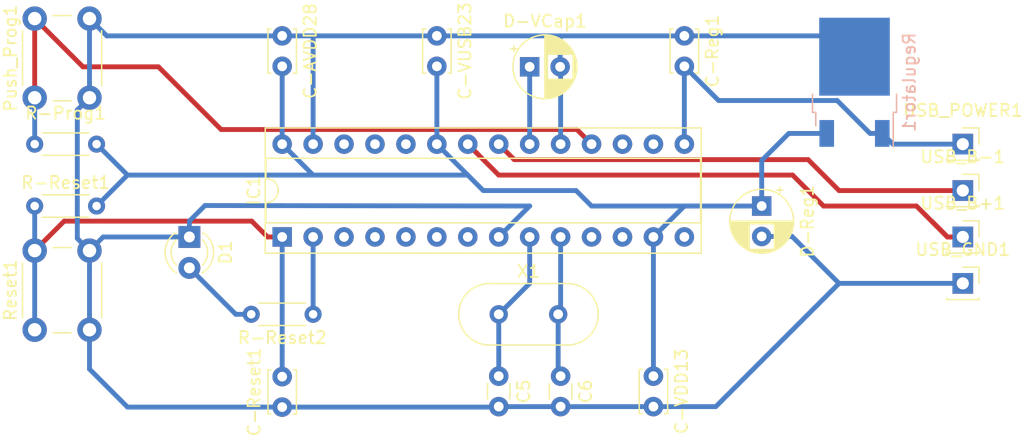
<source format=kicad_pcb>
(kicad_pcb (version 20171130) (host pcbnew "(5.1.5)-3")

  (general
    (thickness 1.6)
    (drawings 0)
    (tracks 103)
    (zones 0)
    (modules 22)
    (nets 26)
  )

  (page A4)
  (layers
    (0 F.Cu signal)
    (31 B.Cu signal)
    (32 B.Adhes user)
    (33 F.Adhes user)
    (34 B.Paste user)
    (35 F.Paste user)
    (36 B.SilkS user)
    (37 F.SilkS user)
    (38 B.Mask user)
    (39 F.Mask user)
    (40 Dwgs.User user)
    (41 Cmts.User user)
    (42 Eco1.User user)
    (43 Eco2.User user)
    (44 Edge.Cuts user)
    (45 Margin user)
    (46 B.CrtYd user hide)
    (47 F.CrtYd user)
    (48 B.Fab user hide)
    (49 F.Fab user hide)
  )

  (setup
    (last_trace_width 0.4)
    (trace_clearance 0.2)
    (zone_clearance 0.508)
    (zone_45_only no)
    (trace_min 0.2)
    (via_size 0.8)
    (via_drill 0.4)
    (via_min_size 0.4)
    (via_min_drill 0.3)
    (uvia_size 0.3)
    (uvia_drill 0.1)
    (uvias_allowed no)
    (uvia_min_size 0.2)
    (uvia_min_drill 0.1)
    (edge_width 0.1)
    (segment_width 0.2)
    (pcb_text_width 0.3)
    (pcb_text_size 1.5 1.5)
    (mod_edge_width 0.15)
    (mod_text_size 1 1)
    (mod_text_width 0.15)
    (pad_size 1.5 1.5)
    (pad_drill 0.6)
    (pad_to_mask_clearance 0)
    (aux_axis_origin 0 0)
    (visible_elements 7FFFFFFF)
    (pcbplotparams
      (layerselection 0x010fc_ffffffff)
      (usegerberextensions false)
      (usegerberattributes false)
      (usegerberadvancedattributes false)
      (creategerberjobfile false)
      (excludeedgelayer true)
      (linewidth 0.100000)
      (plotframeref false)
      (viasonmask false)
      (mode 1)
      (useauxorigin false)
      (hpglpennumber 1)
      (hpglpenspeed 20)
      (hpglpendiameter 15.000000)
      (psnegative false)
      (psa4output false)
      (plotreference true)
      (plotvalue true)
      (plotinvisibletext false)
      (padsonsilk false)
      (subtractmaskfromsilk false)
      (outputformat 1)
      (mirror false)
      (drillshape 1)
      (scaleselection 1)
      (outputdirectory "../../Users/tankm/Downloads/"))
  )

  (net 0 "")
  (net 1 OSC1)
  (net 2 GND)
  (net 3 OSC2)
  (net 4 VDD)
  (net 5 "Net-(C-Reg1-Pad2)")
  (net 6 "Net-(C-Reset1-Pad2)")
  (net 7 "Net-(D-VCap1-Pad1)")
  (net 8 "Net-(IC1-Pad2)")
  (net 9 "Net-(IC1-Pad21)")
  (net 10 "Net-(IC1-Pad22)")
  (net 11 "Net-(D1-Pad2)")
  (net 12 10)
  (net 13 11)
  (net 14 12,SCL1)
  (net 15 5,TX2)
  (net 16 18,SDA1,INT)
  (net 17 4,RX2)
  (net 18 16,A4,SDA2)
  (net 19 17,A5,SCL2)
  (net 20 3)
  (net 21 11,TX1)
  (net 22 13)
  (net 23 12,RX1)
  (net 24 15,A1)
  (net 25 2)

  (net_class Default "これはデフォルトのネット クラスです。"
    (clearance 0.2)
    (trace_width 0.4)
    (via_dia 0.8)
    (via_drill 0.4)
    (uvia_dia 0.3)
    (uvia_drill 0.1)
    (add_net 10)
    (add_net 11)
    (add_net 11,TX1)
    (add_net 12,RX1)
    (add_net 12,SCL1)
    (add_net 13)
    (add_net 15,A1)
    (add_net 16,A4,SDA2)
    (add_net 17,A5,SCL2)
    (add_net 18,SDA1,INT)
    (add_net 2)
    (add_net 3)
    (add_net 4,RX2)
    (add_net 5,TX2)
    (add_net GND)
    (add_net "Net-(C-Reg1-Pad2)")
    (add_net "Net-(C-Reset1-Pad2)")
    (add_net "Net-(D-VCap1-Pad1)")
    (add_net "Net-(D1-Pad2)")
    (add_net "Net-(IC1-Pad2)")
    (add_net "Net-(IC1-Pad21)")
    (add_net "Net-(IC1-Pad22)")
    (add_net OSC1)
    (add_net OSC2)
    (add_net VDD)
  )

  (module Capacitor_THT:C_Disc_D3.0mm_W1.6mm_P2.50mm (layer F.Cu) (tedit 5AE50EF0) (tstamp 5E0F56C8)
    (at 121.92 118.11 270)
    (descr "C, Disc series, Radial, pin pitch=2.50mm, , diameter*width=3.0*1.6mm^2, Capacitor, http://www.vishay.com/docs/45233/krseries.pdf")
    (tags "C Disc series Radial pin pitch 2.50mm  diameter 3.0mm width 1.6mm Capacitor")
    (path /5B6E3D6C)
    (fp_text reference C5 (at 1.25 -2.05 90) (layer F.SilkS)
      (effects (font (size 1 1) (thickness 0.15)))
    )
    (fp_text value 22pF (at 1.25 2.05 90) (layer F.Fab)
      (effects (font (size 1 1) (thickness 0.15)))
    )
    (fp_line (start -0.25 -0.8) (end -0.25 0.8) (layer F.Fab) (width 0.1))
    (fp_line (start -0.25 0.8) (end 2.75 0.8) (layer F.Fab) (width 0.1))
    (fp_line (start 2.75 0.8) (end 2.75 -0.8) (layer F.Fab) (width 0.1))
    (fp_line (start 2.75 -0.8) (end -0.25 -0.8) (layer F.Fab) (width 0.1))
    (fp_line (start 0.621 -0.92) (end 1.879 -0.92) (layer F.SilkS) (width 0.12))
    (fp_line (start 0.621 0.92) (end 1.879 0.92) (layer F.SilkS) (width 0.12))
    (fp_line (start -1.05 -1.05) (end -1.05 1.05) (layer F.CrtYd) (width 0.05))
    (fp_line (start -1.05 1.05) (end 3.55 1.05) (layer F.CrtYd) (width 0.05))
    (fp_line (start 3.55 1.05) (end 3.55 -1.05) (layer F.CrtYd) (width 0.05))
    (fp_line (start 3.55 -1.05) (end -1.05 -1.05) (layer F.CrtYd) (width 0.05))
    (fp_text user %R (at 1.25 0 90) (layer F.Fab)
      (effects (font (size 0.6 0.6) (thickness 0.09)))
    )
    (pad 1 thru_hole circle (at 0 0 270) (size 1.6 1.6) (drill 0.8) (layers *.Cu *.Mask)
      (net 1 OSC1))
    (pad 2 thru_hole circle (at 2.5 0 270) (size 1.6 1.6) (drill 0.8) (layers *.Cu *.Mask)
      (net 2 GND))
    (model ${KISYS3DMOD}/Capacitor_THT.3dshapes/C_Disc_D3.0mm_W1.6mm_P2.50mm.wrl
      (at (xyz 0 0 0))
      (scale (xyz 1 1 1))
      (rotate (xyz 0 0 0))
    )
  )

  (module Capacitor_THT:C_Disc_D3.0mm_W1.6mm_P2.50mm (layer F.Cu) (tedit 5AE50EF0) (tstamp 5E0F56D9)
    (at 127 118.11 270)
    (descr "C, Disc series, Radial, pin pitch=2.50mm, , diameter*width=3.0*1.6mm^2, Capacitor, http://www.vishay.com/docs/45233/krseries.pdf")
    (tags "C Disc series Radial pin pitch 2.50mm  diameter 3.0mm width 1.6mm Capacitor")
    (path /5B6E3E00)
    (fp_text reference C6 (at 1.25 -2.05 90) (layer F.SilkS)
      (effects (font (size 1 1) (thickness 0.15)))
    )
    (fp_text value 22pF (at 1.25 2.05 90) (layer F.Fab)
      (effects (font (size 1 1) (thickness 0.15)))
    )
    (fp_text user %R (at 1.25 0 90) (layer F.Fab)
      (effects (font (size 0.6 0.6) (thickness 0.09)))
    )
    (fp_line (start 3.55 -1.05) (end -1.05 -1.05) (layer F.CrtYd) (width 0.05))
    (fp_line (start 3.55 1.05) (end 3.55 -1.05) (layer F.CrtYd) (width 0.05))
    (fp_line (start -1.05 1.05) (end 3.55 1.05) (layer F.CrtYd) (width 0.05))
    (fp_line (start -1.05 -1.05) (end -1.05 1.05) (layer F.CrtYd) (width 0.05))
    (fp_line (start 0.621 0.92) (end 1.879 0.92) (layer F.SilkS) (width 0.12))
    (fp_line (start 0.621 -0.92) (end 1.879 -0.92) (layer F.SilkS) (width 0.12))
    (fp_line (start 2.75 -0.8) (end -0.25 -0.8) (layer F.Fab) (width 0.1))
    (fp_line (start 2.75 0.8) (end 2.75 -0.8) (layer F.Fab) (width 0.1))
    (fp_line (start -0.25 0.8) (end 2.75 0.8) (layer F.Fab) (width 0.1))
    (fp_line (start -0.25 -0.8) (end -0.25 0.8) (layer F.Fab) (width 0.1))
    (pad 2 thru_hole circle (at 2.5 0 270) (size 1.6 1.6) (drill 0.8) (layers *.Cu *.Mask)
      (net 2 GND))
    (pad 1 thru_hole circle (at 0 0 270) (size 1.6 1.6) (drill 0.8) (layers *.Cu *.Mask)
      (net 3 OSC2))
    (model ${KISYS3DMOD}/Capacitor_THT.3dshapes/C_Disc_D3.0mm_W1.6mm_P2.50mm.wrl
      (at (xyz 0 0 0))
      (scale (xyz 1 1 1))
      (rotate (xyz 0 0 0))
    )
  )

  (module Capacitor_THT:C_Disc_D3.4mm_W2.1mm_P2.50mm (layer F.Cu) (tedit 5AE50EF0) (tstamp 5E0F56EE)
    (at 104.14 90.17 270)
    (descr "C, Disc series, Radial, pin pitch=2.50mm, , diameter*width=3.4*2.1mm^2, Capacitor, http://www.vishay.com/docs/45233/krseries.pdf")
    (tags "C Disc series Radial pin pitch 2.50mm  diameter 3.4mm width 2.1mm Capacitor")
    (path /5B85C60C)
    (fp_text reference C-AVDD28 (at 1.25 -2.3 90) (layer F.SilkS)
      (effects (font (size 1 1) (thickness 0.15)))
    )
    (fp_text value 0.1uF (at 1.25 2.3 90) (layer F.Fab)
      (effects (font (size 1 1) (thickness 0.15)))
    )
    (fp_line (start -0.45 -1.05) (end -0.45 1.05) (layer F.Fab) (width 0.1))
    (fp_line (start -0.45 1.05) (end 2.95 1.05) (layer F.Fab) (width 0.1))
    (fp_line (start 2.95 1.05) (end 2.95 -1.05) (layer F.Fab) (width 0.1))
    (fp_line (start 2.95 -1.05) (end -0.45 -1.05) (layer F.Fab) (width 0.1))
    (fp_line (start -0.57 -1.17) (end 3.07 -1.17) (layer F.SilkS) (width 0.12))
    (fp_line (start -0.57 1.17) (end 3.07 1.17) (layer F.SilkS) (width 0.12))
    (fp_line (start -0.57 -1.17) (end -0.57 -0.925) (layer F.SilkS) (width 0.12))
    (fp_line (start -0.57 0.925) (end -0.57 1.17) (layer F.SilkS) (width 0.12))
    (fp_line (start 3.07 -1.17) (end 3.07 -0.925) (layer F.SilkS) (width 0.12))
    (fp_line (start 3.07 0.925) (end 3.07 1.17) (layer F.SilkS) (width 0.12))
    (fp_line (start -1.05 -1.3) (end -1.05 1.3) (layer F.CrtYd) (width 0.05))
    (fp_line (start -1.05 1.3) (end 3.55 1.3) (layer F.CrtYd) (width 0.05))
    (fp_line (start 3.55 1.3) (end 3.55 -1.3) (layer F.CrtYd) (width 0.05))
    (fp_line (start 3.55 -1.3) (end -1.05 -1.3) (layer F.CrtYd) (width 0.05))
    (fp_text user %R (at 1.25 0 90) (layer F.Fab)
      (effects (font (size 0.68 0.68) (thickness 0.102)))
    )
    (pad 1 thru_hole circle (at 0 0 270) (size 1.6 1.6) (drill 0.8) (layers *.Cu *.Mask)
      (net 2 GND))
    (pad 2 thru_hole circle (at 2.5 0 270) (size 1.6 1.6) (drill 0.8) (layers *.Cu *.Mask)
      (net 4 VDD))
    (model ${KISYS3DMOD}/Capacitor_THT.3dshapes/C_Disc_D3.4mm_W2.1mm_P2.50mm.wrl
      (at (xyz 0 0 0))
      (scale (xyz 1 1 1))
      (rotate (xyz 0 0 0))
    )
  )

  (module Capacitor_THT:C_Disc_D3.4mm_W2.1mm_P2.50mm (layer F.Cu) (tedit 5AE50EF0) (tstamp 5E0F5703)
    (at 137.16 90.17 270)
    (descr "C, Disc series, Radial, pin pitch=2.50mm, , diameter*width=3.4*2.1mm^2, Capacitor, http://www.vishay.com/docs/45233/krseries.pdf")
    (tags "C Disc series Radial pin pitch 2.50mm  diameter 3.4mm width 2.1mm Capacitor")
    (path /5B6D84BC)
    (fp_text reference C-Reg1 (at 1.25 -2.3 90) (layer F.SilkS)
      (effects (font (size 1 1) (thickness 0.15)))
    )
    (fp_text value 0.1uF (at 1.25 2.3 90) (layer F.Fab)
      (effects (font (size 1 1) (thickness 0.15)))
    )
    (fp_line (start -0.45 -1.05) (end -0.45 1.05) (layer F.Fab) (width 0.1))
    (fp_line (start -0.45 1.05) (end 2.95 1.05) (layer F.Fab) (width 0.1))
    (fp_line (start 2.95 1.05) (end 2.95 -1.05) (layer F.Fab) (width 0.1))
    (fp_line (start 2.95 -1.05) (end -0.45 -1.05) (layer F.Fab) (width 0.1))
    (fp_line (start -0.57 -1.17) (end 3.07 -1.17) (layer F.SilkS) (width 0.12))
    (fp_line (start -0.57 1.17) (end 3.07 1.17) (layer F.SilkS) (width 0.12))
    (fp_line (start -0.57 -1.17) (end -0.57 -0.925) (layer F.SilkS) (width 0.12))
    (fp_line (start -0.57 0.925) (end -0.57 1.17) (layer F.SilkS) (width 0.12))
    (fp_line (start 3.07 -1.17) (end 3.07 -0.925) (layer F.SilkS) (width 0.12))
    (fp_line (start 3.07 0.925) (end 3.07 1.17) (layer F.SilkS) (width 0.12))
    (fp_line (start -1.05 -1.3) (end -1.05 1.3) (layer F.CrtYd) (width 0.05))
    (fp_line (start -1.05 1.3) (end 3.55 1.3) (layer F.CrtYd) (width 0.05))
    (fp_line (start 3.55 1.3) (end 3.55 -1.3) (layer F.CrtYd) (width 0.05))
    (fp_line (start 3.55 -1.3) (end -1.05 -1.3) (layer F.CrtYd) (width 0.05))
    (fp_text user %R (at 1.25 0 90) (layer F.Fab)
      (effects (font (size 0.68 0.68) (thickness 0.102)))
    )
    (pad 1 thru_hole circle (at 0 0 270) (size 1.6 1.6) (drill 0.8) (layers *.Cu *.Mask)
      (net 2 GND))
    (pad 2 thru_hole circle (at 2.5 0 270) (size 1.6 1.6) (drill 0.8) (layers *.Cu *.Mask)
      (net 5 "Net-(C-Reg1-Pad2)"))
    (model ${KISYS3DMOD}/Capacitor_THT.3dshapes/C_Disc_D3.4mm_W2.1mm_P2.50mm.wrl
      (at (xyz 0 0 0))
      (scale (xyz 1 1 1))
      (rotate (xyz 0 0 0))
    )
  )

  (module Capacitor_THT:C_Disc_D3.4mm_W2.1mm_P2.50mm (layer F.Cu) (tedit 5AE50EF0) (tstamp 5E0F5718)
    (at 104.14 120.65 90)
    (descr "C, Disc series, Radial, pin pitch=2.50mm, , diameter*width=3.4*2.1mm^2, Capacitor, http://www.vishay.com/docs/45233/krseries.pdf")
    (tags "C Disc series Radial pin pitch 2.50mm  diameter 3.4mm width 2.1mm Capacitor")
    (path /5B91662D)
    (fp_text reference C-Reset1 (at 1.25 -2.3 90) (layer F.SilkS)
      (effects (font (size 1 1) (thickness 0.15)))
    )
    (fp_text value 0.1uF (at 1.25 2.3 90) (layer F.Fab)
      (effects (font (size 1 1) (thickness 0.15)))
    )
    (fp_line (start -0.45 -1.05) (end -0.45 1.05) (layer F.Fab) (width 0.1))
    (fp_line (start -0.45 1.05) (end 2.95 1.05) (layer F.Fab) (width 0.1))
    (fp_line (start 2.95 1.05) (end 2.95 -1.05) (layer F.Fab) (width 0.1))
    (fp_line (start 2.95 -1.05) (end -0.45 -1.05) (layer F.Fab) (width 0.1))
    (fp_line (start -0.57 -1.17) (end 3.07 -1.17) (layer F.SilkS) (width 0.12))
    (fp_line (start -0.57 1.17) (end 3.07 1.17) (layer F.SilkS) (width 0.12))
    (fp_line (start -0.57 -1.17) (end -0.57 -0.925) (layer F.SilkS) (width 0.12))
    (fp_line (start -0.57 0.925) (end -0.57 1.17) (layer F.SilkS) (width 0.12))
    (fp_line (start 3.07 -1.17) (end 3.07 -0.925) (layer F.SilkS) (width 0.12))
    (fp_line (start 3.07 0.925) (end 3.07 1.17) (layer F.SilkS) (width 0.12))
    (fp_line (start -1.05 -1.3) (end -1.05 1.3) (layer F.CrtYd) (width 0.05))
    (fp_line (start -1.05 1.3) (end 3.55 1.3) (layer F.CrtYd) (width 0.05))
    (fp_line (start 3.55 1.3) (end 3.55 -1.3) (layer F.CrtYd) (width 0.05))
    (fp_line (start 3.55 -1.3) (end -1.05 -1.3) (layer F.CrtYd) (width 0.05))
    (fp_text user %R (at 1.25 0 90) (layer F.Fab)
      (effects (font (size 0.68 0.68) (thickness 0.102)))
    )
    (pad 1 thru_hole circle (at 0 0 90) (size 1.6 1.6) (drill 0.8) (layers *.Cu *.Mask)
      (net 2 GND))
    (pad 2 thru_hole circle (at 2.5 0 90) (size 1.6 1.6) (drill 0.8) (layers *.Cu *.Mask)
      (net 6 "Net-(C-Reset1-Pad2)"))
    (model ${KISYS3DMOD}/Capacitor_THT.3dshapes/C_Disc_D3.4mm_W2.1mm_P2.50mm.wrl
      (at (xyz 0 0 0))
      (scale (xyz 1 1 1))
      (rotate (xyz 0 0 0))
    )
  )

  (module Capacitor_THT:C_Disc_D3.4mm_W2.1mm_P2.50mm (layer F.Cu) (tedit 5AE50EF0) (tstamp 5E0F572D)
    (at 134.62 118.11 270)
    (descr "C, Disc series, Radial, pin pitch=2.50mm, , diameter*width=3.4*2.1mm^2, Capacitor, http://www.vishay.com/docs/45233/krseries.pdf")
    (tags "C Disc series Radial pin pitch 2.50mm  diameter 3.4mm width 2.1mm Capacitor")
    (path /5C022E43)
    (fp_text reference C-VDD13 (at 1.25 -2.3 90) (layer F.SilkS)
      (effects (font (size 1 1) (thickness 0.15)))
    )
    (fp_text value 0.1uF (at 1.25 2.3 90) (layer F.Fab)
      (effects (font (size 1 1) (thickness 0.15)))
    )
    (fp_text user %R (at 1.25 0 90) (layer F.Fab)
      (effects (font (size 0.68 0.68) (thickness 0.102)))
    )
    (fp_line (start 3.55 -1.3) (end -1.05 -1.3) (layer F.CrtYd) (width 0.05))
    (fp_line (start 3.55 1.3) (end 3.55 -1.3) (layer F.CrtYd) (width 0.05))
    (fp_line (start -1.05 1.3) (end 3.55 1.3) (layer F.CrtYd) (width 0.05))
    (fp_line (start -1.05 -1.3) (end -1.05 1.3) (layer F.CrtYd) (width 0.05))
    (fp_line (start 3.07 0.925) (end 3.07 1.17) (layer F.SilkS) (width 0.12))
    (fp_line (start 3.07 -1.17) (end 3.07 -0.925) (layer F.SilkS) (width 0.12))
    (fp_line (start -0.57 0.925) (end -0.57 1.17) (layer F.SilkS) (width 0.12))
    (fp_line (start -0.57 -1.17) (end -0.57 -0.925) (layer F.SilkS) (width 0.12))
    (fp_line (start -0.57 1.17) (end 3.07 1.17) (layer F.SilkS) (width 0.12))
    (fp_line (start -0.57 -1.17) (end 3.07 -1.17) (layer F.SilkS) (width 0.12))
    (fp_line (start 2.95 -1.05) (end -0.45 -1.05) (layer F.Fab) (width 0.1))
    (fp_line (start 2.95 1.05) (end 2.95 -1.05) (layer F.Fab) (width 0.1))
    (fp_line (start -0.45 1.05) (end 2.95 1.05) (layer F.Fab) (width 0.1))
    (fp_line (start -0.45 -1.05) (end -0.45 1.05) (layer F.Fab) (width 0.1))
    (pad 2 thru_hole circle (at 2.5 0 270) (size 1.6 1.6) (drill 0.8) (layers *.Cu *.Mask)
      (net 2 GND))
    (pad 1 thru_hole circle (at 0 0 270) (size 1.6 1.6) (drill 0.8) (layers *.Cu *.Mask)
      (net 4 VDD))
    (model ${KISYS3DMOD}/Capacitor_THT.3dshapes/C_Disc_D3.4mm_W2.1mm_P2.50mm.wrl
      (at (xyz 0 0 0))
      (scale (xyz 1 1 1))
      (rotate (xyz 0 0 0))
    )
  )

  (module Capacitor_THT:C_Disc_D3.4mm_W2.1mm_P2.50mm (layer F.Cu) (tedit 5AE50EF0) (tstamp 5E0F5742)
    (at 116.84 90.17 270)
    (descr "C, Disc series, Radial, pin pitch=2.50mm, , diameter*width=3.4*2.1mm^2, Capacitor, http://www.vishay.com/docs/45233/krseries.pdf")
    (tags "C Disc series Radial pin pitch 2.50mm  diameter 3.4mm width 2.1mm Capacitor")
    (path /5BFE1989)
    (fp_text reference C-VUSB23 (at 1.25 -2.3 90) (layer F.SilkS)
      (effects (font (size 1 1) (thickness 0.15)))
    )
    (fp_text value 0.1uF (at 1.25 2.3 90) (layer F.Fab)
      (effects (font (size 1 1) (thickness 0.15)))
    )
    (fp_text user %R (at 1.25 0 90) (layer F.Fab)
      (effects (font (size 0.68 0.68) (thickness 0.102)))
    )
    (fp_line (start 3.55 -1.3) (end -1.05 -1.3) (layer F.CrtYd) (width 0.05))
    (fp_line (start 3.55 1.3) (end 3.55 -1.3) (layer F.CrtYd) (width 0.05))
    (fp_line (start -1.05 1.3) (end 3.55 1.3) (layer F.CrtYd) (width 0.05))
    (fp_line (start -1.05 -1.3) (end -1.05 1.3) (layer F.CrtYd) (width 0.05))
    (fp_line (start 3.07 0.925) (end 3.07 1.17) (layer F.SilkS) (width 0.12))
    (fp_line (start 3.07 -1.17) (end 3.07 -0.925) (layer F.SilkS) (width 0.12))
    (fp_line (start -0.57 0.925) (end -0.57 1.17) (layer F.SilkS) (width 0.12))
    (fp_line (start -0.57 -1.17) (end -0.57 -0.925) (layer F.SilkS) (width 0.12))
    (fp_line (start -0.57 1.17) (end 3.07 1.17) (layer F.SilkS) (width 0.12))
    (fp_line (start -0.57 -1.17) (end 3.07 -1.17) (layer F.SilkS) (width 0.12))
    (fp_line (start 2.95 -1.05) (end -0.45 -1.05) (layer F.Fab) (width 0.1))
    (fp_line (start 2.95 1.05) (end 2.95 -1.05) (layer F.Fab) (width 0.1))
    (fp_line (start -0.45 1.05) (end 2.95 1.05) (layer F.Fab) (width 0.1))
    (fp_line (start -0.45 -1.05) (end -0.45 1.05) (layer F.Fab) (width 0.1))
    (pad 2 thru_hole circle (at 2.5 0 270) (size 1.6 1.6) (drill 0.8) (layers *.Cu *.Mask)
      (net 4 VDD))
    (pad 1 thru_hole circle (at 0 0 270) (size 1.6 1.6) (drill 0.8) (layers *.Cu *.Mask)
      (net 2 GND))
    (model ${KISYS3DMOD}/Capacitor_THT.3dshapes/C_Disc_D3.4mm_W2.1mm_P2.50mm.wrl
      (at (xyz 0 0 0))
      (scale (xyz 1 1 1))
      (rotate (xyz 0 0 0))
    )
  )

  (module Capacitor_THT:CP_Radial_D5.0mm_P2.50mm (layer F.Cu) (tedit 5AE50EF0) (tstamp 5E0F57C6)
    (at 143.51 104.14 270)
    (descr "CP, Radial series, Radial, pin pitch=2.50mm, , diameter=5mm, Electrolytic Capacitor")
    (tags "CP Radial series Radial pin pitch 2.50mm  diameter 5mm Electrolytic Capacitor")
    (path /5B6D9001)
    (fp_text reference D-Reg1 (at 1.25 -3.75 90) (layer F.SilkS)
      (effects (font (size 1 1) (thickness 0.15)))
    )
    (fp_text value 47uF (at 1.25 3.75 90) (layer F.Fab)
      (effects (font (size 1 1) (thickness 0.15)))
    )
    (fp_circle (center 1.25 0) (end 3.75 0) (layer F.Fab) (width 0.1))
    (fp_circle (center 1.25 0) (end 3.87 0) (layer F.SilkS) (width 0.12))
    (fp_circle (center 1.25 0) (end 4 0) (layer F.CrtYd) (width 0.05))
    (fp_line (start -0.883605 -1.0875) (end -0.383605 -1.0875) (layer F.Fab) (width 0.1))
    (fp_line (start -0.633605 -1.3375) (end -0.633605 -0.8375) (layer F.Fab) (width 0.1))
    (fp_line (start 1.25 -2.58) (end 1.25 2.58) (layer F.SilkS) (width 0.12))
    (fp_line (start 1.29 -2.58) (end 1.29 2.58) (layer F.SilkS) (width 0.12))
    (fp_line (start 1.33 -2.579) (end 1.33 2.579) (layer F.SilkS) (width 0.12))
    (fp_line (start 1.37 -2.578) (end 1.37 2.578) (layer F.SilkS) (width 0.12))
    (fp_line (start 1.41 -2.576) (end 1.41 2.576) (layer F.SilkS) (width 0.12))
    (fp_line (start 1.45 -2.573) (end 1.45 2.573) (layer F.SilkS) (width 0.12))
    (fp_line (start 1.49 -2.569) (end 1.49 -1.04) (layer F.SilkS) (width 0.12))
    (fp_line (start 1.49 1.04) (end 1.49 2.569) (layer F.SilkS) (width 0.12))
    (fp_line (start 1.53 -2.565) (end 1.53 -1.04) (layer F.SilkS) (width 0.12))
    (fp_line (start 1.53 1.04) (end 1.53 2.565) (layer F.SilkS) (width 0.12))
    (fp_line (start 1.57 -2.561) (end 1.57 -1.04) (layer F.SilkS) (width 0.12))
    (fp_line (start 1.57 1.04) (end 1.57 2.561) (layer F.SilkS) (width 0.12))
    (fp_line (start 1.61 -2.556) (end 1.61 -1.04) (layer F.SilkS) (width 0.12))
    (fp_line (start 1.61 1.04) (end 1.61 2.556) (layer F.SilkS) (width 0.12))
    (fp_line (start 1.65 -2.55) (end 1.65 -1.04) (layer F.SilkS) (width 0.12))
    (fp_line (start 1.65 1.04) (end 1.65 2.55) (layer F.SilkS) (width 0.12))
    (fp_line (start 1.69 -2.543) (end 1.69 -1.04) (layer F.SilkS) (width 0.12))
    (fp_line (start 1.69 1.04) (end 1.69 2.543) (layer F.SilkS) (width 0.12))
    (fp_line (start 1.73 -2.536) (end 1.73 -1.04) (layer F.SilkS) (width 0.12))
    (fp_line (start 1.73 1.04) (end 1.73 2.536) (layer F.SilkS) (width 0.12))
    (fp_line (start 1.77 -2.528) (end 1.77 -1.04) (layer F.SilkS) (width 0.12))
    (fp_line (start 1.77 1.04) (end 1.77 2.528) (layer F.SilkS) (width 0.12))
    (fp_line (start 1.81 -2.52) (end 1.81 -1.04) (layer F.SilkS) (width 0.12))
    (fp_line (start 1.81 1.04) (end 1.81 2.52) (layer F.SilkS) (width 0.12))
    (fp_line (start 1.85 -2.511) (end 1.85 -1.04) (layer F.SilkS) (width 0.12))
    (fp_line (start 1.85 1.04) (end 1.85 2.511) (layer F.SilkS) (width 0.12))
    (fp_line (start 1.89 -2.501) (end 1.89 -1.04) (layer F.SilkS) (width 0.12))
    (fp_line (start 1.89 1.04) (end 1.89 2.501) (layer F.SilkS) (width 0.12))
    (fp_line (start 1.93 -2.491) (end 1.93 -1.04) (layer F.SilkS) (width 0.12))
    (fp_line (start 1.93 1.04) (end 1.93 2.491) (layer F.SilkS) (width 0.12))
    (fp_line (start 1.971 -2.48) (end 1.971 -1.04) (layer F.SilkS) (width 0.12))
    (fp_line (start 1.971 1.04) (end 1.971 2.48) (layer F.SilkS) (width 0.12))
    (fp_line (start 2.011 -2.468) (end 2.011 -1.04) (layer F.SilkS) (width 0.12))
    (fp_line (start 2.011 1.04) (end 2.011 2.468) (layer F.SilkS) (width 0.12))
    (fp_line (start 2.051 -2.455) (end 2.051 -1.04) (layer F.SilkS) (width 0.12))
    (fp_line (start 2.051 1.04) (end 2.051 2.455) (layer F.SilkS) (width 0.12))
    (fp_line (start 2.091 -2.442) (end 2.091 -1.04) (layer F.SilkS) (width 0.12))
    (fp_line (start 2.091 1.04) (end 2.091 2.442) (layer F.SilkS) (width 0.12))
    (fp_line (start 2.131 -2.428) (end 2.131 -1.04) (layer F.SilkS) (width 0.12))
    (fp_line (start 2.131 1.04) (end 2.131 2.428) (layer F.SilkS) (width 0.12))
    (fp_line (start 2.171 -2.414) (end 2.171 -1.04) (layer F.SilkS) (width 0.12))
    (fp_line (start 2.171 1.04) (end 2.171 2.414) (layer F.SilkS) (width 0.12))
    (fp_line (start 2.211 -2.398) (end 2.211 -1.04) (layer F.SilkS) (width 0.12))
    (fp_line (start 2.211 1.04) (end 2.211 2.398) (layer F.SilkS) (width 0.12))
    (fp_line (start 2.251 -2.382) (end 2.251 -1.04) (layer F.SilkS) (width 0.12))
    (fp_line (start 2.251 1.04) (end 2.251 2.382) (layer F.SilkS) (width 0.12))
    (fp_line (start 2.291 -2.365) (end 2.291 -1.04) (layer F.SilkS) (width 0.12))
    (fp_line (start 2.291 1.04) (end 2.291 2.365) (layer F.SilkS) (width 0.12))
    (fp_line (start 2.331 -2.348) (end 2.331 -1.04) (layer F.SilkS) (width 0.12))
    (fp_line (start 2.331 1.04) (end 2.331 2.348) (layer F.SilkS) (width 0.12))
    (fp_line (start 2.371 -2.329) (end 2.371 -1.04) (layer F.SilkS) (width 0.12))
    (fp_line (start 2.371 1.04) (end 2.371 2.329) (layer F.SilkS) (width 0.12))
    (fp_line (start 2.411 -2.31) (end 2.411 -1.04) (layer F.SilkS) (width 0.12))
    (fp_line (start 2.411 1.04) (end 2.411 2.31) (layer F.SilkS) (width 0.12))
    (fp_line (start 2.451 -2.29) (end 2.451 -1.04) (layer F.SilkS) (width 0.12))
    (fp_line (start 2.451 1.04) (end 2.451 2.29) (layer F.SilkS) (width 0.12))
    (fp_line (start 2.491 -2.268) (end 2.491 -1.04) (layer F.SilkS) (width 0.12))
    (fp_line (start 2.491 1.04) (end 2.491 2.268) (layer F.SilkS) (width 0.12))
    (fp_line (start 2.531 -2.247) (end 2.531 -1.04) (layer F.SilkS) (width 0.12))
    (fp_line (start 2.531 1.04) (end 2.531 2.247) (layer F.SilkS) (width 0.12))
    (fp_line (start 2.571 -2.224) (end 2.571 -1.04) (layer F.SilkS) (width 0.12))
    (fp_line (start 2.571 1.04) (end 2.571 2.224) (layer F.SilkS) (width 0.12))
    (fp_line (start 2.611 -2.2) (end 2.611 -1.04) (layer F.SilkS) (width 0.12))
    (fp_line (start 2.611 1.04) (end 2.611 2.2) (layer F.SilkS) (width 0.12))
    (fp_line (start 2.651 -2.175) (end 2.651 -1.04) (layer F.SilkS) (width 0.12))
    (fp_line (start 2.651 1.04) (end 2.651 2.175) (layer F.SilkS) (width 0.12))
    (fp_line (start 2.691 -2.149) (end 2.691 -1.04) (layer F.SilkS) (width 0.12))
    (fp_line (start 2.691 1.04) (end 2.691 2.149) (layer F.SilkS) (width 0.12))
    (fp_line (start 2.731 -2.122) (end 2.731 -1.04) (layer F.SilkS) (width 0.12))
    (fp_line (start 2.731 1.04) (end 2.731 2.122) (layer F.SilkS) (width 0.12))
    (fp_line (start 2.771 -2.095) (end 2.771 -1.04) (layer F.SilkS) (width 0.12))
    (fp_line (start 2.771 1.04) (end 2.771 2.095) (layer F.SilkS) (width 0.12))
    (fp_line (start 2.811 -2.065) (end 2.811 -1.04) (layer F.SilkS) (width 0.12))
    (fp_line (start 2.811 1.04) (end 2.811 2.065) (layer F.SilkS) (width 0.12))
    (fp_line (start 2.851 -2.035) (end 2.851 -1.04) (layer F.SilkS) (width 0.12))
    (fp_line (start 2.851 1.04) (end 2.851 2.035) (layer F.SilkS) (width 0.12))
    (fp_line (start 2.891 -2.004) (end 2.891 -1.04) (layer F.SilkS) (width 0.12))
    (fp_line (start 2.891 1.04) (end 2.891 2.004) (layer F.SilkS) (width 0.12))
    (fp_line (start 2.931 -1.971) (end 2.931 -1.04) (layer F.SilkS) (width 0.12))
    (fp_line (start 2.931 1.04) (end 2.931 1.971) (layer F.SilkS) (width 0.12))
    (fp_line (start 2.971 -1.937) (end 2.971 -1.04) (layer F.SilkS) (width 0.12))
    (fp_line (start 2.971 1.04) (end 2.971 1.937) (layer F.SilkS) (width 0.12))
    (fp_line (start 3.011 -1.901) (end 3.011 -1.04) (layer F.SilkS) (width 0.12))
    (fp_line (start 3.011 1.04) (end 3.011 1.901) (layer F.SilkS) (width 0.12))
    (fp_line (start 3.051 -1.864) (end 3.051 -1.04) (layer F.SilkS) (width 0.12))
    (fp_line (start 3.051 1.04) (end 3.051 1.864) (layer F.SilkS) (width 0.12))
    (fp_line (start 3.091 -1.826) (end 3.091 -1.04) (layer F.SilkS) (width 0.12))
    (fp_line (start 3.091 1.04) (end 3.091 1.826) (layer F.SilkS) (width 0.12))
    (fp_line (start 3.131 -1.785) (end 3.131 -1.04) (layer F.SilkS) (width 0.12))
    (fp_line (start 3.131 1.04) (end 3.131 1.785) (layer F.SilkS) (width 0.12))
    (fp_line (start 3.171 -1.743) (end 3.171 -1.04) (layer F.SilkS) (width 0.12))
    (fp_line (start 3.171 1.04) (end 3.171 1.743) (layer F.SilkS) (width 0.12))
    (fp_line (start 3.211 -1.699) (end 3.211 -1.04) (layer F.SilkS) (width 0.12))
    (fp_line (start 3.211 1.04) (end 3.211 1.699) (layer F.SilkS) (width 0.12))
    (fp_line (start 3.251 -1.653) (end 3.251 -1.04) (layer F.SilkS) (width 0.12))
    (fp_line (start 3.251 1.04) (end 3.251 1.653) (layer F.SilkS) (width 0.12))
    (fp_line (start 3.291 -1.605) (end 3.291 -1.04) (layer F.SilkS) (width 0.12))
    (fp_line (start 3.291 1.04) (end 3.291 1.605) (layer F.SilkS) (width 0.12))
    (fp_line (start 3.331 -1.554) (end 3.331 -1.04) (layer F.SilkS) (width 0.12))
    (fp_line (start 3.331 1.04) (end 3.331 1.554) (layer F.SilkS) (width 0.12))
    (fp_line (start 3.371 -1.5) (end 3.371 -1.04) (layer F.SilkS) (width 0.12))
    (fp_line (start 3.371 1.04) (end 3.371 1.5) (layer F.SilkS) (width 0.12))
    (fp_line (start 3.411 -1.443) (end 3.411 -1.04) (layer F.SilkS) (width 0.12))
    (fp_line (start 3.411 1.04) (end 3.411 1.443) (layer F.SilkS) (width 0.12))
    (fp_line (start 3.451 -1.383) (end 3.451 -1.04) (layer F.SilkS) (width 0.12))
    (fp_line (start 3.451 1.04) (end 3.451 1.383) (layer F.SilkS) (width 0.12))
    (fp_line (start 3.491 -1.319) (end 3.491 -1.04) (layer F.SilkS) (width 0.12))
    (fp_line (start 3.491 1.04) (end 3.491 1.319) (layer F.SilkS) (width 0.12))
    (fp_line (start 3.531 -1.251) (end 3.531 -1.04) (layer F.SilkS) (width 0.12))
    (fp_line (start 3.531 1.04) (end 3.531 1.251) (layer F.SilkS) (width 0.12))
    (fp_line (start 3.571 -1.178) (end 3.571 1.178) (layer F.SilkS) (width 0.12))
    (fp_line (start 3.611 -1.098) (end 3.611 1.098) (layer F.SilkS) (width 0.12))
    (fp_line (start 3.651 -1.011) (end 3.651 1.011) (layer F.SilkS) (width 0.12))
    (fp_line (start 3.691 -0.915) (end 3.691 0.915) (layer F.SilkS) (width 0.12))
    (fp_line (start 3.731 -0.805) (end 3.731 0.805) (layer F.SilkS) (width 0.12))
    (fp_line (start 3.771 -0.677) (end 3.771 0.677) (layer F.SilkS) (width 0.12))
    (fp_line (start 3.811 -0.518) (end 3.811 0.518) (layer F.SilkS) (width 0.12))
    (fp_line (start 3.851 -0.284) (end 3.851 0.284) (layer F.SilkS) (width 0.12))
    (fp_line (start -1.554775 -1.475) (end -1.054775 -1.475) (layer F.SilkS) (width 0.12))
    (fp_line (start -1.304775 -1.725) (end -1.304775 -1.225) (layer F.SilkS) (width 0.12))
    (fp_text user %R (at 1.25 0 90) (layer F.Fab)
      (effects (font (size 1 1) (thickness 0.15)))
    )
    (pad 1 thru_hole rect (at 0 0 270) (size 1.6 1.6) (drill 0.8) (layers *.Cu *.Mask)
      (net 4 VDD))
    (pad 2 thru_hole circle (at 2.5 0 270) (size 1.6 1.6) (drill 0.8) (layers *.Cu *.Mask)
      (net 2 GND))
    (model ${KISYS3DMOD}/Capacitor_THT.3dshapes/CP_Radial_D5.0mm_P2.50mm.wrl
      (at (xyz 0 0 0))
      (scale (xyz 1 1 1))
      (rotate (xyz 0 0 0))
    )
  )

  (module Capacitor_THT:CP_Radial_D5.0mm_P2.50mm (layer F.Cu) (tedit 5AE50EF0) (tstamp 5E0F584A)
    (at 124.46 92.71)
    (descr "CP, Radial series, Radial, pin pitch=2.50mm, , diameter=5mm, Electrolytic Capacitor")
    (tags "CP Radial series Radial pin pitch 2.50mm  diameter 5mm Electrolytic Capacitor")
    (path /5B78F178)
    (fp_text reference D-VCap1 (at 1.25 -3.75) (layer F.SilkS)
      (effects (font (size 1 1) (thickness 0.15)))
    )
    (fp_text value 10uF (at 1.25 3.75) (layer F.Fab)
      (effects (font (size 1 1) (thickness 0.15)))
    )
    (fp_text user %R (at 1.25 0) (layer F.Fab)
      (effects (font (size 1 1) (thickness 0.15)))
    )
    (fp_line (start -1.304775 -1.725) (end -1.304775 -1.225) (layer F.SilkS) (width 0.12))
    (fp_line (start -1.554775 -1.475) (end -1.054775 -1.475) (layer F.SilkS) (width 0.12))
    (fp_line (start 3.851 -0.284) (end 3.851 0.284) (layer F.SilkS) (width 0.12))
    (fp_line (start 3.811 -0.518) (end 3.811 0.518) (layer F.SilkS) (width 0.12))
    (fp_line (start 3.771 -0.677) (end 3.771 0.677) (layer F.SilkS) (width 0.12))
    (fp_line (start 3.731 -0.805) (end 3.731 0.805) (layer F.SilkS) (width 0.12))
    (fp_line (start 3.691 -0.915) (end 3.691 0.915) (layer F.SilkS) (width 0.12))
    (fp_line (start 3.651 -1.011) (end 3.651 1.011) (layer F.SilkS) (width 0.12))
    (fp_line (start 3.611 -1.098) (end 3.611 1.098) (layer F.SilkS) (width 0.12))
    (fp_line (start 3.571 -1.178) (end 3.571 1.178) (layer F.SilkS) (width 0.12))
    (fp_line (start 3.531 1.04) (end 3.531 1.251) (layer F.SilkS) (width 0.12))
    (fp_line (start 3.531 -1.251) (end 3.531 -1.04) (layer F.SilkS) (width 0.12))
    (fp_line (start 3.491 1.04) (end 3.491 1.319) (layer F.SilkS) (width 0.12))
    (fp_line (start 3.491 -1.319) (end 3.491 -1.04) (layer F.SilkS) (width 0.12))
    (fp_line (start 3.451 1.04) (end 3.451 1.383) (layer F.SilkS) (width 0.12))
    (fp_line (start 3.451 -1.383) (end 3.451 -1.04) (layer F.SilkS) (width 0.12))
    (fp_line (start 3.411 1.04) (end 3.411 1.443) (layer F.SilkS) (width 0.12))
    (fp_line (start 3.411 -1.443) (end 3.411 -1.04) (layer F.SilkS) (width 0.12))
    (fp_line (start 3.371 1.04) (end 3.371 1.5) (layer F.SilkS) (width 0.12))
    (fp_line (start 3.371 -1.5) (end 3.371 -1.04) (layer F.SilkS) (width 0.12))
    (fp_line (start 3.331 1.04) (end 3.331 1.554) (layer F.SilkS) (width 0.12))
    (fp_line (start 3.331 -1.554) (end 3.331 -1.04) (layer F.SilkS) (width 0.12))
    (fp_line (start 3.291 1.04) (end 3.291 1.605) (layer F.SilkS) (width 0.12))
    (fp_line (start 3.291 -1.605) (end 3.291 -1.04) (layer F.SilkS) (width 0.12))
    (fp_line (start 3.251 1.04) (end 3.251 1.653) (layer F.SilkS) (width 0.12))
    (fp_line (start 3.251 -1.653) (end 3.251 -1.04) (layer F.SilkS) (width 0.12))
    (fp_line (start 3.211 1.04) (end 3.211 1.699) (layer F.SilkS) (width 0.12))
    (fp_line (start 3.211 -1.699) (end 3.211 -1.04) (layer F.SilkS) (width 0.12))
    (fp_line (start 3.171 1.04) (end 3.171 1.743) (layer F.SilkS) (width 0.12))
    (fp_line (start 3.171 -1.743) (end 3.171 -1.04) (layer F.SilkS) (width 0.12))
    (fp_line (start 3.131 1.04) (end 3.131 1.785) (layer F.SilkS) (width 0.12))
    (fp_line (start 3.131 -1.785) (end 3.131 -1.04) (layer F.SilkS) (width 0.12))
    (fp_line (start 3.091 1.04) (end 3.091 1.826) (layer F.SilkS) (width 0.12))
    (fp_line (start 3.091 -1.826) (end 3.091 -1.04) (layer F.SilkS) (width 0.12))
    (fp_line (start 3.051 1.04) (end 3.051 1.864) (layer F.SilkS) (width 0.12))
    (fp_line (start 3.051 -1.864) (end 3.051 -1.04) (layer F.SilkS) (width 0.12))
    (fp_line (start 3.011 1.04) (end 3.011 1.901) (layer F.SilkS) (width 0.12))
    (fp_line (start 3.011 -1.901) (end 3.011 -1.04) (layer F.SilkS) (width 0.12))
    (fp_line (start 2.971 1.04) (end 2.971 1.937) (layer F.SilkS) (width 0.12))
    (fp_line (start 2.971 -1.937) (end 2.971 -1.04) (layer F.SilkS) (width 0.12))
    (fp_line (start 2.931 1.04) (end 2.931 1.971) (layer F.SilkS) (width 0.12))
    (fp_line (start 2.931 -1.971) (end 2.931 -1.04) (layer F.SilkS) (width 0.12))
    (fp_line (start 2.891 1.04) (end 2.891 2.004) (layer F.SilkS) (width 0.12))
    (fp_line (start 2.891 -2.004) (end 2.891 -1.04) (layer F.SilkS) (width 0.12))
    (fp_line (start 2.851 1.04) (end 2.851 2.035) (layer F.SilkS) (width 0.12))
    (fp_line (start 2.851 -2.035) (end 2.851 -1.04) (layer F.SilkS) (width 0.12))
    (fp_line (start 2.811 1.04) (end 2.811 2.065) (layer F.SilkS) (width 0.12))
    (fp_line (start 2.811 -2.065) (end 2.811 -1.04) (layer F.SilkS) (width 0.12))
    (fp_line (start 2.771 1.04) (end 2.771 2.095) (layer F.SilkS) (width 0.12))
    (fp_line (start 2.771 -2.095) (end 2.771 -1.04) (layer F.SilkS) (width 0.12))
    (fp_line (start 2.731 1.04) (end 2.731 2.122) (layer F.SilkS) (width 0.12))
    (fp_line (start 2.731 -2.122) (end 2.731 -1.04) (layer F.SilkS) (width 0.12))
    (fp_line (start 2.691 1.04) (end 2.691 2.149) (layer F.SilkS) (width 0.12))
    (fp_line (start 2.691 -2.149) (end 2.691 -1.04) (layer F.SilkS) (width 0.12))
    (fp_line (start 2.651 1.04) (end 2.651 2.175) (layer F.SilkS) (width 0.12))
    (fp_line (start 2.651 -2.175) (end 2.651 -1.04) (layer F.SilkS) (width 0.12))
    (fp_line (start 2.611 1.04) (end 2.611 2.2) (layer F.SilkS) (width 0.12))
    (fp_line (start 2.611 -2.2) (end 2.611 -1.04) (layer F.SilkS) (width 0.12))
    (fp_line (start 2.571 1.04) (end 2.571 2.224) (layer F.SilkS) (width 0.12))
    (fp_line (start 2.571 -2.224) (end 2.571 -1.04) (layer F.SilkS) (width 0.12))
    (fp_line (start 2.531 1.04) (end 2.531 2.247) (layer F.SilkS) (width 0.12))
    (fp_line (start 2.531 -2.247) (end 2.531 -1.04) (layer F.SilkS) (width 0.12))
    (fp_line (start 2.491 1.04) (end 2.491 2.268) (layer F.SilkS) (width 0.12))
    (fp_line (start 2.491 -2.268) (end 2.491 -1.04) (layer F.SilkS) (width 0.12))
    (fp_line (start 2.451 1.04) (end 2.451 2.29) (layer F.SilkS) (width 0.12))
    (fp_line (start 2.451 -2.29) (end 2.451 -1.04) (layer F.SilkS) (width 0.12))
    (fp_line (start 2.411 1.04) (end 2.411 2.31) (layer F.SilkS) (width 0.12))
    (fp_line (start 2.411 -2.31) (end 2.411 -1.04) (layer F.SilkS) (width 0.12))
    (fp_line (start 2.371 1.04) (end 2.371 2.329) (layer F.SilkS) (width 0.12))
    (fp_line (start 2.371 -2.329) (end 2.371 -1.04) (layer F.SilkS) (width 0.12))
    (fp_line (start 2.331 1.04) (end 2.331 2.348) (layer F.SilkS) (width 0.12))
    (fp_line (start 2.331 -2.348) (end 2.331 -1.04) (layer F.SilkS) (width 0.12))
    (fp_line (start 2.291 1.04) (end 2.291 2.365) (layer F.SilkS) (width 0.12))
    (fp_line (start 2.291 -2.365) (end 2.291 -1.04) (layer F.SilkS) (width 0.12))
    (fp_line (start 2.251 1.04) (end 2.251 2.382) (layer F.SilkS) (width 0.12))
    (fp_line (start 2.251 -2.382) (end 2.251 -1.04) (layer F.SilkS) (width 0.12))
    (fp_line (start 2.211 1.04) (end 2.211 2.398) (layer F.SilkS) (width 0.12))
    (fp_line (start 2.211 -2.398) (end 2.211 -1.04) (layer F.SilkS) (width 0.12))
    (fp_line (start 2.171 1.04) (end 2.171 2.414) (layer F.SilkS) (width 0.12))
    (fp_line (start 2.171 -2.414) (end 2.171 -1.04) (layer F.SilkS) (width 0.12))
    (fp_line (start 2.131 1.04) (end 2.131 2.428) (layer F.SilkS) (width 0.12))
    (fp_line (start 2.131 -2.428) (end 2.131 -1.04) (layer F.SilkS) (width 0.12))
    (fp_line (start 2.091 1.04) (end 2.091 2.442) (layer F.SilkS) (width 0.12))
    (fp_line (start 2.091 -2.442) (end 2.091 -1.04) (layer F.SilkS) (width 0.12))
    (fp_line (start 2.051 1.04) (end 2.051 2.455) (layer F.SilkS) (width 0.12))
    (fp_line (start 2.051 -2.455) (end 2.051 -1.04) (layer F.SilkS) (width 0.12))
    (fp_line (start 2.011 1.04) (end 2.011 2.468) (layer F.SilkS) (width 0.12))
    (fp_line (start 2.011 -2.468) (end 2.011 -1.04) (layer F.SilkS) (width 0.12))
    (fp_line (start 1.971 1.04) (end 1.971 2.48) (layer F.SilkS) (width 0.12))
    (fp_line (start 1.971 -2.48) (end 1.971 -1.04) (layer F.SilkS) (width 0.12))
    (fp_line (start 1.93 1.04) (end 1.93 2.491) (layer F.SilkS) (width 0.12))
    (fp_line (start 1.93 -2.491) (end 1.93 -1.04) (layer F.SilkS) (width 0.12))
    (fp_line (start 1.89 1.04) (end 1.89 2.501) (layer F.SilkS) (width 0.12))
    (fp_line (start 1.89 -2.501) (end 1.89 -1.04) (layer F.SilkS) (width 0.12))
    (fp_line (start 1.85 1.04) (end 1.85 2.511) (layer F.SilkS) (width 0.12))
    (fp_line (start 1.85 -2.511) (end 1.85 -1.04) (layer F.SilkS) (width 0.12))
    (fp_line (start 1.81 1.04) (end 1.81 2.52) (layer F.SilkS) (width 0.12))
    (fp_line (start 1.81 -2.52) (end 1.81 -1.04) (layer F.SilkS) (width 0.12))
    (fp_line (start 1.77 1.04) (end 1.77 2.528) (layer F.SilkS) (width 0.12))
    (fp_line (start 1.77 -2.528) (end 1.77 -1.04) (layer F.SilkS) (width 0.12))
    (fp_line (start 1.73 1.04) (end 1.73 2.536) (layer F.SilkS) (width 0.12))
    (fp_line (start 1.73 -2.536) (end 1.73 -1.04) (layer F.SilkS) (width 0.12))
    (fp_line (start 1.69 1.04) (end 1.69 2.543) (layer F.SilkS) (width 0.12))
    (fp_line (start 1.69 -2.543) (end 1.69 -1.04) (layer F.SilkS) (width 0.12))
    (fp_line (start 1.65 1.04) (end 1.65 2.55) (layer F.SilkS) (width 0.12))
    (fp_line (start 1.65 -2.55) (end 1.65 -1.04) (layer F.SilkS) (width 0.12))
    (fp_line (start 1.61 1.04) (end 1.61 2.556) (layer F.SilkS) (width 0.12))
    (fp_line (start 1.61 -2.556) (end 1.61 -1.04) (layer F.SilkS) (width 0.12))
    (fp_line (start 1.57 1.04) (end 1.57 2.561) (layer F.SilkS) (width 0.12))
    (fp_line (start 1.57 -2.561) (end 1.57 -1.04) (layer F.SilkS) (width 0.12))
    (fp_line (start 1.53 1.04) (end 1.53 2.565) (layer F.SilkS) (width 0.12))
    (fp_line (start 1.53 -2.565) (end 1.53 -1.04) (layer F.SilkS) (width 0.12))
    (fp_line (start 1.49 1.04) (end 1.49 2.569) (layer F.SilkS) (width 0.12))
    (fp_line (start 1.49 -2.569) (end 1.49 -1.04) (layer F.SilkS) (width 0.12))
    (fp_line (start 1.45 -2.573) (end 1.45 2.573) (layer F.SilkS) (width 0.12))
    (fp_line (start 1.41 -2.576) (end 1.41 2.576) (layer F.SilkS) (width 0.12))
    (fp_line (start 1.37 -2.578) (end 1.37 2.578) (layer F.SilkS) (width 0.12))
    (fp_line (start 1.33 -2.579) (end 1.33 2.579) (layer F.SilkS) (width 0.12))
    (fp_line (start 1.29 -2.58) (end 1.29 2.58) (layer F.SilkS) (width 0.12))
    (fp_line (start 1.25 -2.58) (end 1.25 2.58) (layer F.SilkS) (width 0.12))
    (fp_line (start -0.633605 -1.3375) (end -0.633605 -0.8375) (layer F.Fab) (width 0.1))
    (fp_line (start -0.883605 -1.0875) (end -0.383605 -1.0875) (layer F.Fab) (width 0.1))
    (fp_circle (center 1.25 0) (end 4 0) (layer F.CrtYd) (width 0.05))
    (fp_circle (center 1.25 0) (end 3.87 0) (layer F.SilkS) (width 0.12))
    (fp_circle (center 1.25 0) (end 3.75 0) (layer F.Fab) (width 0.1))
    (pad 2 thru_hole circle (at 2.5 0) (size 1.6 1.6) (drill 0.8) (layers *.Cu *.Mask)
      (net 2 GND))
    (pad 1 thru_hole rect (at 0 0) (size 1.6 1.6) (drill 0.8) (layers *.Cu *.Mask)
      (net 7 "Net-(D-VCap1-Pad1)"))
    (model ${KISYS3DMOD}/Capacitor_THT.3dshapes/CP_Radial_D5.0mm_P2.50mm.wrl
      (at (xyz 0 0 0))
      (scale (xyz 1 1 1))
      (rotate (xyz 0 0 0))
    )
  )

  (module Package_DIP:DIP-28_W7.62mm_Socket (layer F.Cu) (tedit 5A02E8C5) (tstamp 5E0F58DF)
    (at 104.14 106.68 90)
    (descr "28-lead though-hole mounted DIP package, row spacing 7.62 mm (300 mils), Socket")
    (tags "THT DIP DIL PDIP 2.54mm 7.62mm 300mil Socket")
    (path /5B712EC3)
    (fp_text reference IC1 (at 3.81 -2.33 90) (layer F.SilkS)
      (effects (font (size 1 1) (thickness 0.15)))
    )
    (fp_text value PIC32MX250F128B-I_SP (at 3.81 35.35 90) (layer F.Fab)
      (effects (font (size 1 1) (thickness 0.15)))
    )
    (fp_arc (start 3.81 -1.33) (end 2.81 -1.33) (angle -180) (layer F.SilkS) (width 0.12))
    (fp_line (start 1.635 -1.27) (end 6.985 -1.27) (layer F.Fab) (width 0.1))
    (fp_line (start 6.985 -1.27) (end 6.985 34.29) (layer F.Fab) (width 0.1))
    (fp_line (start 6.985 34.29) (end 0.635 34.29) (layer F.Fab) (width 0.1))
    (fp_line (start 0.635 34.29) (end 0.635 -0.27) (layer F.Fab) (width 0.1))
    (fp_line (start 0.635 -0.27) (end 1.635 -1.27) (layer F.Fab) (width 0.1))
    (fp_line (start -1.27 -1.33) (end -1.27 34.35) (layer F.Fab) (width 0.1))
    (fp_line (start -1.27 34.35) (end 8.89 34.35) (layer F.Fab) (width 0.1))
    (fp_line (start 8.89 34.35) (end 8.89 -1.33) (layer F.Fab) (width 0.1))
    (fp_line (start 8.89 -1.33) (end -1.27 -1.33) (layer F.Fab) (width 0.1))
    (fp_line (start 2.81 -1.33) (end 1.16 -1.33) (layer F.SilkS) (width 0.12))
    (fp_line (start 1.16 -1.33) (end 1.16 34.35) (layer F.SilkS) (width 0.12))
    (fp_line (start 1.16 34.35) (end 6.46 34.35) (layer F.SilkS) (width 0.12))
    (fp_line (start 6.46 34.35) (end 6.46 -1.33) (layer F.SilkS) (width 0.12))
    (fp_line (start 6.46 -1.33) (end 4.81 -1.33) (layer F.SilkS) (width 0.12))
    (fp_line (start -1.33 -1.39) (end -1.33 34.41) (layer F.SilkS) (width 0.12))
    (fp_line (start -1.33 34.41) (end 8.95 34.41) (layer F.SilkS) (width 0.12))
    (fp_line (start 8.95 34.41) (end 8.95 -1.39) (layer F.SilkS) (width 0.12))
    (fp_line (start 8.95 -1.39) (end -1.33 -1.39) (layer F.SilkS) (width 0.12))
    (fp_line (start -1.55 -1.6) (end -1.55 34.65) (layer F.CrtYd) (width 0.05))
    (fp_line (start -1.55 34.65) (end 9.15 34.65) (layer F.CrtYd) (width 0.05))
    (fp_line (start 9.15 34.65) (end 9.15 -1.6) (layer F.CrtYd) (width 0.05))
    (fp_line (start 9.15 -1.6) (end -1.55 -1.6) (layer F.CrtYd) (width 0.05))
    (fp_text user %R (at 3.81 16.51 90) (layer F.Fab)
      (effects (font (size 1 1) (thickness 0.15)))
    )
    (pad 1 thru_hole rect (at 0 0 90) (size 1.6 1.6) (drill 0.8) (layers *.Cu *.Mask)
      (net 6 "Net-(C-Reset1-Pad2)"))
    (pad 15 thru_hole oval (at 7.62 33.02 90) (size 1.6 1.6) (drill 0.8) (layers *.Cu *.Mask)
      (net 5 "Net-(C-Reg1-Pad2)"))
    (pad 2 thru_hole oval (at 0 2.54 90) (size 1.6 1.6) (drill 0.8) (layers *.Cu *.Mask)
      (net 8 "Net-(IC1-Pad2)"))
    (pad 16 thru_hole oval (at 7.62 30.48 90) (size 1.6 1.6) (drill 0.8) (layers *.Cu *.Mask)
      (net 12 10))
    (pad 3 thru_hole oval (at 0 5.08 90) (size 1.6 1.6) (drill 0.8) (layers *.Cu *.Mask)
      (net 13 11))
    (pad 17 thru_hole oval (at 7.62 27.94 90) (size 1.6 1.6) (drill 0.8) (layers *.Cu *.Mask)
      (net 14 12,SCL1))
    (pad 4 thru_hole oval (at 0 7.62 90) (size 1.6 1.6) (drill 0.8) (layers *.Cu *.Mask)
      (net 15 5,TX2))
    (pad 18 thru_hole oval (at 7.62 25.4 90) (size 1.6 1.6) (drill 0.8) (layers *.Cu *.Mask)
      (net 16 18,SDA1,INT))
    (pad 5 thru_hole oval (at 0 10.16 90) (size 1.6 1.6) (drill 0.8) (layers *.Cu *.Mask)
      (net 17 4,RX2))
    (pad 19 thru_hole oval (at 7.62 22.86 90) (size 1.6 1.6) (drill 0.8) (layers *.Cu *.Mask)
      (net 2 GND))
    (pad 6 thru_hole oval (at 0 12.7 90) (size 1.6 1.6) (drill 0.8) (layers *.Cu *.Mask)
      (net 18 16,A4,SDA2))
    (pad 20 thru_hole oval (at 7.62 20.32 90) (size 1.6 1.6) (drill 0.8) (layers *.Cu *.Mask)
      (net 7 "Net-(D-VCap1-Pad1)"))
    (pad 7 thru_hole oval (at 0 15.24 90) (size 1.6 1.6) (drill 0.8) (layers *.Cu *.Mask)
      (net 19 17,A5,SCL2))
    (pad 21 thru_hole oval (at 7.62 17.78 90) (size 1.6 1.6) (drill 0.8) (layers *.Cu *.Mask)
      (net 9 "Net-(IC1-Pad21)"))
    (pad 8 thru_hole oval (at 0 17.78 90) (size 1.6 1.6) (drill 0.8) (layers *.Cu *.Mask)
      (net 2 GND))
    (pad 22 thru_hole oval (at 7.62 15.24 90) (size 1.6 1.6) (drill 0.8) (layers *.Cu *.Mask)
      (net 10 "Net-(IC1-Pad22)"))
    (pad 9 thru_hole oval (at 0 20.32 90) (size 1.6 1.6) (drill 0.8) (layers *.Cu *.Mask)
      (net 1 OSC1))
    (pad 23 thru_hole oval (at 7.62 12.7 90) (size 1.6 1.6) (drill 0.8) (layers *.Cu *.Mask)
      (net 4 VDD))
    (pad 10 thru_hole oval (at 0 22.86 90) (size 1.6 1.6) (drill 0.8) (layers *.Cu *.Mask)
      (net 3 OSC2))
    (pad 24 thru_hole oval (at 7.62 10.16 90) (size 1.6 1.6) (drill 0.8) (layers *.Cu *.Mask)
      (net 20 3))
    (pad 11 thru_hole oval (at 0 25.4 90) (size 1.6 1.6) (drill 0.8) (layers *.Cu *.Mask)
      (net 21 11,TX1))
    (pad 25 thru_hole oval (at 7.62 7.62 90) (size 1.6 1.6) (drill 0.8) (layers *.Cu *.Mask)
      (net 22 13))
    (pad 12 thru_hole oval (at 0 27.94 90) (size 1.6 1.6) (drill 0.8) (layers *.Cu *.Mask)
      (net 23 12,RX1))
    (pad 26 thru_hole oval (at 7.62 5.08 90) (size 1.6 1.6) (drill 0.8) (layers *.Cu *.Mask)
      (net 24 15,A1))
    (pad 13 thru_hole oval (at 0 30.48 90) (size 1.6 1.6) (drill 0.8) (layers *.Cu *.Mask)
      (net 4 VDD))
    (pad 27 thru_hole oval (at 7.62 2.54 90) (size 1.6 1.6) (drill 0.8) (layers *.Cu *.Mask)
      (net 2 GND))
    (pad 14 thru_hole oval (at 0 33.02 90) (size 1.6 1.6) (drill 0.8) (layers *.Cu *.Mask)
      (net 25 2))
    (pad 28 thru_hole oval (at 7.62 0 90) (size 1.6 1.6) (drill 0.8) (layers *.Cu *.Mask)
      (net 4 VDD))
    (model ${KISYS3DMOD}/Package_DIP.3dshapes/DIP-28_W7.62mm_Socket.wrl
      (at (xyz 0 0 0))
      (scale (xyz 1 1 1))
      (rotate (xyz 0 0 0))
    )
  )

  (module Button_Switch_THT:SW_PUSH_6mm_H5mm (layer F.Cu) (tedit 5A02FE31) (tstamp 5E0F5917)
    (at 83.82 95.25 90)
    (descr "tactile push button, 6x6mm e.g. PHAP33xx series, height=5mm")
    (tags "tact sw push 6mm")
    (path /5BC381A4)
    (fp_text reference Push_Prog1 (at 3.25 -2 90) (layer F.SilkS)
      (effects (font (size 1 1) (thickness 0.15)))
    )
    (fp_text value P? (at 3.75 6.7 90) (layer F.Fab)
      (effects (font (size 1 1) (thickness 0.15)))
    )
    (fp_text user %R (at 3.25 2.25 90) (layer F.Fab)
      (effects (font (size 1 1) (thickness 0.15)))
    )
    (fp_line (start 3.25 -0.75) (end 6.25 -0.75) (layer F.Fab) (width 0.1))
    (fp_line (start 6.25 -0.75) (end 6.25 5.25) (layer F.Fab) (width 0.1))
    (fp_line (start 6.25 5.25) (end 0.25 5.25) (layer F.Fab) (width 0.1))
    (fp_line (start 0.25 5.25) (end 0.25 -0.75) (layer F.Fab) (width 0.1))
    (fp_line (start 0.25 -0.75) (end 3.25 -0.75) (layer F.Fab) (width 0.1))
    (fp_line (start 7.75 6) (end 8 6) (layer F.CrtYd) (width 0.05))
    (fp_line (start 8 6) (end 8 5.75) (layer F.CrtYd) (width 0.05))
    (fp_line (start 7.75 -1.5) (end 8 -1.5) (layer F.CrtYd) (width 0.05))
    (fp_line (start 8 -1.5) (end 8 -1.25) (layer F.CrtYd) (width 0.05))
    (fp_line (start -1.5 -1.25) (end -1.5 -1.5) (layer F.CrtYd) (width 0.05))
    (fp_line (start -1.5 -1.5) (end -1.25 -1.5) (layer F.CrtYd) (width 0.05))
    (fp_line (start -1.5 5.75) (end -1.5 6) (layer F.CrtYd) (width 0.05))
    (fp_line (start -1.5 6) (end -1.25 6) (layer F.CrtYd) (width 0.05))
    (fp_line (start -1.25 -1.5) (end 7.75 -1.5) (layer F.CrtYd) (width 0.05))
    (fp_line (start -1.5 5.75) (end -1.5 -1.25) (layer F.CrtYd) (width 0.05))
    (fp_line (start 7.75 6) (end -1.25 6) (layer F.CrtYd) (width 0.05))
    (fp_line (start 8 -1.25) (end 8 5.75) (layer F.CrtYd) (width 0.05))
    (fp_line (start 1 5.5) (end 5.5 5.5) (layer F.SilkS) (width 0.12))
    (fp_line (start -0.25 1.5) (end -0.25 3) (layer F.SilkS) (width 0.12))
    (fp_line (start 5.5 -1) (end 1 -1) (layer F.SilkS) (width 0.12))
    (fp_line (start 6.75 3) (end 6.75 1.5) (layer F.SilkS) (width 0.12))
    (fp_circle (center 3.25 2.25) (end 1.25 2.5) (layer F.Fab) (width 0.1))
    (pad 2 thru_hole circle (at 0 4.5 180) (size 2 2) (drill 1.1) (layers *.Cu *.Mask)
      (net 2 GND))
    (pad 1 thru_hole circle (at 0 0 180) (size 2 2) (drill 1.1) (layers *.Cu *.Mask)
      (net 16 18,SDA1,INT))
    (pad 2 thru_hole circle (at 6.5 4.5 180) (size 2 2) (drill 1.1) (layers *.Cu *.Mask)
      (net 2 GND))
    (pad 1 thru_hole circle (at 6.5 0 180) (size 2 2) (drill 1.1) (layers *.Cu *.Mask)
      (net 16 18,SDA1,INT))
    (model ${KISYS3DMOD}/Button_Switch_THT.3dshapes/SW_PUSH_6mm_H5mm.wrl
      (at (xyz 0 0 0))
      (scale (xyz 1 1 1))
      (rotate (xyz 0 0 0))
    )
  )

  (module Resistor_THT:R_Axial_DIN0204_L3.6mm_D1.6mm_P5.08mm_Horizontal (layer F.Cu) (tedit 5AE5139B) (tstamp 5E0F592A)
    (at 83.82 99.06)
    (descr "Resistor, Axial_DIN0204 series, Axial, Horizontal, pin pitch=5.08mm, 0.167W, length*diameter=3.6*1.6mm^2, http://cdn-reichelt.de/documents/datenblatt/B400/1_4W%23YAG.pdf")
    (tags "Resistor Axial_DIN0204 series Axial Horizontal pin pitch 5.08mm 0.167W length 3.6mm diameter 1.6mm")
    (path /5BDE9EED)
    (fp_text reference R-Prog1 (at 2.54 -2.54) (layer F.SilkS)
      (effects (font (size 1 1) (thickness 0.15)))
    )
    (fp_text value 4.7kΩ (at 2.54 1.92) (layer F.Fab)
      (effects (font (size 1 1) (thickness 0.15)))
    )
    (fp_text user %R (at 2.54 0) (layer F.Fab)
      (effects (font (size 0.72 0.72) (thickness 0.108)))
    )
    (fp_line (start 6.03 -1.05) (end -0.95 -1.05) (layer F.CrtYd) (width 0.05))
    (fp_line (start 6.03 1.05) (end 6.03 -1.05) (layer F.CrtYd) (width 0.05))
    (fp_line (start -0.95 1.05) (end 6.03 1.05) (layer F.CrtYd) (width 0.05))
    (fp_line (start -0.95 -1.05) (end -0.95 1.05) (layer F.CrtYd) (width 0.05))
    (fp_line (start 0.62 0.92) (end 4.46 0.92) (layer F.SilkS) (width 0.12))
    (fp_line (start 0.62 -0.92) (end 4.46 -0.92) (layer F.SilkS) (width 0.12))
    (fp_line (start 5.08 0) (end 4.34 0) (layer F.Fab) (width 0.1))
    (fp_line (start 0 0) (end 0.74 0) (layer F.Fab) (width 0.1))
    (fp_line (start 4.34 -0.8) (end 0.74 -0.8) (layer F.Fab) (width 0.1))
    (fp_line (start 4.34 0.8) (end 4.34 -0.8) (layer F.Fab) (width 0.1))
    (fp_line (start 0.74 0.8) (end 4.34 0.8) (layer F.Fab) (width 0.1))
    (fp_line (start 0.74 -0.8) (end 0.74 0.8) (layer F.Fab) (width 0.1))
    (pad 2 thru_hole oval (at 5.08 0) (size 1.4 1.4) (drill 0.7) (layers *.Cu *.Mask)
      (net 4 VDD))
    (pad 1 thru_hole circle (at 0 0) (size 1.4 1.4) (drill 0.7) (layers *.Cu *.Mask)
      (net 16 18,SDA1,INT))
    (model ${KISYS3DMOD}/Resistor_THT.3dshapes/R_Axial_DIN0204_L3.6mm_D1.6mm_P5.08mm_Horizontal.wrl
      (at (xyz 0 0 0))
      (scale (xyz 1 1 1))
      (rotate (xyz 0 0 0))
    )
  )

  (module Resistor_THT:R_Axial_DIN0204_L3.6mm_D1.6mm_P5.08mm_Horizontal (layer F.Cu) (tedit 5AE5139B) (tstamp 5E0F593D)
    (at 83.82 104.14)
    (descr "Resistor, Axial_DIN0204 series, Axial, Horizontal, pin pitch=5.08mm, 0.167W, length*diameter=3.6*1.6mm^2, http://cdn-reichelt.de/documents/datenblatt/B400/1_4W%23YAG.pdf")
    (tags "Resistor Axial_DIN0204 series Axial Horizontal pin pitch 5.08mm 0.167W length 3.6mm diameter 1.6mm")
    (path /5B90BD5E)
    (fp_text reference R-Reset1 (at 2.54 -1.92) (layer F.SilkS)
      (effects (font (size 1 1) (thickness 0.15)))
    )
    (fp_text value 4.7kΩ (at 2.54 1.92) (layer F.Fab)
      (effects (font (size 1 1) (thickness 0.15)))
    )
    (fp_line (start 0.74 -0.8) (end 0.74 0.8) (layer F.Fab) (width 0.1))
    (fp_line (start 0.74 0.8) (end 4.34 0.8) (layer F.Fab) (width 0.1))
    (fp_line (start 4.34 0.8) (end 4.34 -0.8) (layer F.Fab) (width 0.1))
    (fp_line (start 4.34 -0.8) (end 0.74 -0.8) (layer F.Fab) (width 0.1))
    (fp_line (start 0 0) (end 0.74 0) (layer F.Fab) (width 0.1))
    (fp_line (start 5.08 0) (end 4.34 0) (layer F.Fab) (width 0.1))
    (fp_line (start 0.62 -0.92) (end 4.46 -0.92) (layer F.SilkS) (width 0.12))
    (fp_line (start 0.62 0.92) (end 4.46 0.92) (layer F.SilkS) (width 0.12))
    (fp_line (start -0.95 -1.05) (end -0.95 1.05) (layer F.CrtYd) (width 0.05))
    (fp_line (start -0.95 1.05) (end 6.03 1.05) (layer F.CrtYd) (width 0.05))
    (fp_line (start 6.03 1.05) (end 6.03 -1.05) (layer F.CrtYd) (width 0.05))
    (fp_line (start 6.03 -1.05) (end -0.95 -1.05) (layer F.CrtYd) (width 0.05))
    (fp_text user %R (at 2.54 0) (layer F.Fab)
      (effects (font (size 0.72 0.72) (thickness 0.108)))
    )
    (pad 1 thru_hole circle (at 0 0) (size 1.4 1.4) (drill 0.7) (layers *.Cu *.Mask)
      (net 6 "Net-(C-Reset1-Pad2)"))
    (pad 2 thru_hole oval (at 5.08 0) (size 1.4 1.4) (drill 0.7) (layers *.Cu *.Mask)
      (net 4 VDD))
    (model ${KISYS3DMOD}/Resistor_THT.3dshapes/R_Axial_DIN0204_L3.6mm_D1.6mm_P5.08mm_Horizontal.wrl
      (at (xyz 0 0 0))
      (scale (xyz 1 1 1))
      (rotate (xyz 0 0 0))
    )
  )

  (module Package_TO_SOT_SMD:TO-252-2 (layer B.Cu) (tedit 5A70A390) (tstamp 5E0F5961)
    (at 151.13 93.98 90)
    (descr "TO-252 / DPAK SMD package, http://www.infineon.com/cms/en/product/packages/PG-TO252/PG-TO252-3-1/")
    (tags "DPAK TO-252 DPAK-3 TO-252-3 SOT-428")
    (path /5BCA083C)
    (attr smd)
    (fp_text reference Regulator1 (at 0 4.5 90) (layer B.SilkS)
      (effects (font (size 1 1) (thickness 0.15)) (justify mirror))
    )
    (fp_text value TO252/3.3v (at 0 -4.5 90) (layer B.Fab)
      (effects (font (size 1 1) (thickness 0.15)) (justify mirror))
    )
    (fp_line (start 3.95 2.7) (end 4.95 2.7) (layer B.Fab) (width 0.1))
    (fp_line (start 4.95 2.7) (end 4.95 -2.7) (layer B.Fab) (width 0.1))
    (fp_line (start 4.95 -2.7) (end 3.95 -2.7) (layer B.Fab) (width 0.1))
    (fp_line (start 3.95 3.25) (end 3.95 -3.25) (layer B.Fab) (width 0.1))
    (fp_line (start 3.95 -3.25) (end -2.27 -3.25) (layer B.Fab) (width 0.1))
    (fp_line (start -2.27 -3.25) (end -2.27 2.25) (layer B.Fab) (width 0.1))
    (fp_line (start -2.27 2.25) (end -1.27 3.25) (layer B.Fab) (width 0.1))
    (fp_line (start -1.27 3.25) (end 3.95 3.25) (layer B.Fab) (width 0.1))
    (fp_line (start -1.865 2.655) (end -4.97 2.655) (layer B.Fab) (width 0.1))
    (fp_line (start -4.97 2.655) (end -4.97 1.905) (layer B.Fab) (width 0.1))
    (fp_line (start -4.97 1.905) (end -2.27 1.905) (layer B.Fab) (width 0.1))
    (fp_line (start -2.27 -1.905) (end -4.97 -1.905) (layer B.Fab) (width 0.1))
    (fp_line (start -4.97 -1.905) (end -4.97 -2.655) (layer B.Fab) (width 0.1))
    (fp_line (start -4.97 -2.655) (end -2.27 -2.655) (layer B.Fab) (width 0.1))
    (fp_line (start -0.97 3.45) (end -2.47 3.45) (layer B.SilkS) (width 0.12))
    (fp_line (start -2.47 3.45) (end -2.47 3.18) (layer B.SilkS) (width 0.12))
    (fp_line (start -2.47 3.18) (end -5.3 3.18) (layer B.SilkS) (width 0.12))
    (fp_line (start -0.97 -3.45) (end -2.47 -3.45) (layer B.SilkS) (width 0.12))
    (fp_line (start -2.47 -3.45) (end -2.47 -3.18) (layer B.SilkS) (width 0.12))
    (fp_line (start -2.47 -3.18) (end -3.57 -3.18) (layer B.SilkS) (width 0.12))
    (fp_line (start -5.55 3.5) (end -5.55 -3.5) (layer B.CrtYd) (width 0.05))
    (fp_line (start -5.55 -3.5) (end 5.55 -3.5) (layer B.CrtYd) (width 0.05))
    (fp_line (start 5.55 -3.5) (end 5.55 3.5) (layer B.CrtYd) (width 0.05))
    (fp_line (start 5.55 3.5) (end -5.55 3.5) (layer B.CrtYd) (width 0.05))
    (fp_text user %R (at 0 0 90) (layer B.Fab)
      (effects (font (size 1 1) (thickness 0.15)) (justify mirror))
    )
    (pad 1 smd rect (at -4.2 2.28 90) (size 2.2 1.2) (layers B.Cu B.Paste B.Mask)
      (net 5 "Net-(C-Reg1-Pad2)"))
    (pad 3 smd rect (at -4.2 -2.28 90) (size 2.2 1.2) (layers B.Cu B.Paste B.Mask)
      (net 4 VDD))
    (pad 2 smd rect (at 2.1 0 90) (size 6.4 5.8) (layers B.Cu B.Mask)
      (net 2 GND))
    (pad "" smd rect (at 3.775 -1.525 90) (size 3.05 2.75) (layers B.Paste))
    (pad "" smd rect (at 0.425 1.525 90) (size 3.05 2.75) (layers B.Paste))
    (pad "" smd rect (at 3.775 1.525 90) (size 3.05 2.75) (layers B.Paste))
    (pad "" smd rect (at 0.425 -1.525 90) (size 3.05 2.75) (layers B.Paste))
    (model ${KISYS3DMOD}/Package_TO_SOT_SMD.3dshapes/TO-252-2.wrl
      (at (xyz 0 0 0))
      (scale (xyz 1 1 1))
      (rotate (xyz 0 0 0))
    )
  )

  (module Button_Switch_THT:SW_PUSH_6mm_H5mm (layer F.Cu) (tedit 5A02FE31) (tstamp 5E0F5980)
    (at 83.82 114.3 90)
    (descr "tactile push button, 6x6mm e.g. PHAP33xx series, height=5mm")
    (tags "tact sw push 6mm")
    (path /5B91C090)
    (fp_text reference Reset1 (at 3.25 -2 90) (layer F.SilkS)
      (effects (font (size 1 1) (thickness 0.15)))
    )
    (fp_text value SW_Push (at 3.75 6.7 90) (layer F.Fab)
      (effects (font (size 1 1) (thickness 0.15)))
    )
    (fp_circle (center 3.25 2.25) (end 1.25 2.5) (layer F.Fab) (width 0.1))
    (fp_line (start 6.75 3) (end 6.75 1.5) (layer F.SilkS) (width 0.12))
    (fp_line (start 5.5 -1) (end 1 -1) (layer F.SilkS) (width 0.12))
    (fp_line (start -0.25 1.5) (end -0.25 3) (layer F.SilkS) (width 0.12))
    (fp_line (start 1 5.5) (end 5.5 5.5) (layer F.SilkS) (width 0.12))
    (fp_line (start 8 -1.25) (end 8 5.75) (layer F.CrtYd) (width 0.05))
    (fp_line (start 7.75 6) (end -1.25 6) (layer F.CrtYd) (width 0.05))
    (fp_line (start -1.5 5.75) (end -1.5 -1.25) (layer F.CrtYd) (width 0.05))
    (fp_line (start -1.25 -1.5) (end 7.75 -1.5) (layer F.CrtYd) (width 0.05))
    (fp_line (start -1.5 6) (end -1.25 6) (layer F.CrtYd) (width 0.05))
    (fp_line (start -1.5 5.75) (end -1.5 6) (layer F.CrtYd) (width 0.05))
    (fp_line (start -1.5 -1.5) (end -1.25 -1.5) (layer F.CrtYd) (width 0.05))
    (fp_line (start -1.5 -1.25) (end -1.5 -1.5) (layer F.CrtYd) (width 0.05))
    (fp_line (start 8 -1.5) (end 8 -1.25) (layer F.CrtYd) (width 0.05))
    (fp_line (start 7.75 -1.5) (end 8 -1.5) (layer F.CrtYd) (width 0.05))
    (fp_line (start 8 6) (end 8 5.75) (layer F.CrtYd) (width 0.05))
    (fp_line (start 7.75 6) (end 8 6) (layer F.CrtYd) (width 0.05))
    (fp_line (start 0.25 -0.75) (end 3.25 -0.75) (layer F.Fab) (width 0.1))
    (fp_line (start 0.25 5.25) (end 0.25 -0.75) (layer F.Fab) (width 0.1))
    (fp_line (start 6.25 5.25) (end 0.25 5.25) (layer F.Fab) (width 0.1))
    (fp_line (start 6.25 -0.75) (end 6.25 5.25) (layer F.Fab) (width 0.1))
    (fp_line (start 3.25 -0.75) (end 6.25 -0.75) (layer F.Fab) (width 0.1))
    (fp_text user %R (at 3.25 2.25 90) (layer F.Fab)
      (effects (font (size 1 1) (thickness 0.15)))
    )
    (pad 1 thru_hole circle (at 6.5 0 180) (size 2 2) (drill 1.1) (layers *.Cu *.Mask)
      (net 6 "Net-(C-Reset1-Pad2)"))
    (pad 2 thru_hole circle (at 6.5 4.5 180) (size 2 2) (drill 1.1) (layers *.Cu *.Mask)
      (net 2 GND))
    (pad 1 thru_hole circle (at 0 0 180) (size 2 2) (drill 1.1) (layers *.Cu *.Mask)
      (net 6 "Net-(C-Reset1-Pad2)"))
    (pad 2 thru_hole circle (at 0 4.5 180) (size 2 2) (drill 1.1) (layers *.Cu *.Mask)
      (net 2 GND))
    (model ${KISYS3DMOD}/Button_Switch_THT.3dshapes/SW_PUSH_6mm_H5mm.wrl
      (at (xyz 0 0 0))
      (scale (xyz 1 1 1))
      (rotate (xyz 0 0 0))
    )
  )

  (module Connector_PinSocket_2.54mm:PinSocket_1x01_P2.54mm_Vertical (layer F.Cu) (tedit 5A19A434) (tstamp 5E0F5994)
    (at 160.02 106.68)
    (descr "Through hole straight socket strip, 1x01, 2.54mm pitch, single row (from Kicad 4.0.7), script generated")
    (tags "Through hole socket strip THT 1x01 2.54mm single row")
    (path /5BC4D2AE)
    (fp_text reference USB_B+1 (at 0 -2.77) (layer F.SilkS)
      (effects (font (size 1 1) (thickness 0.15)))
    )
    (fp_text value Conn_01x01 (at 0 2.77) (layer F.Fab)
      (effects (font (size 1 1) (thickness 0.15)))
    )
    (fp_text user %R (at 0 0) (layer F.Fab)
      (effects (font (size 1 1) (thickness 0.15)))
    )
    (fp_line (start -1.8 1.75) (end -1.8 -1.8) (layer F.CrtYd) (width 0.05))
    (fp_line (start 1.75 1.75) (end -1.8 1.75) (layer F.CrtYd) (width 0.05))
    (fp_line (start 1.75 -1.8) (end 1.75 1.75) (layer F.CrtYd) (width 0.05))
    (fp_line (start -1.8 -1.8) (end 1.75 -1.8) (layer F.CrtYd) (width 0.05))
    (fp_line (start 0 -1.33) (end 1.33 -1.33) (layer F.SilkS) (width 0.12))
    (fp_line (start 1.33 -1.33) (end 1.33 0) (layer F.SilkS) (width 0.12))
    (fp_line (start 1.33 1.21) (end 1.33 1.33) (layer F.SilkS) (width 0.12))
    (fp_line (start -1.33 1.21) (end -1.33 1.33) (layer F.SilkS) (width 0.12))
    (fp_line (start -1.33 1.33) (end 1.33 1.33) (layer F.SilkS) (width 0.12))
    (fp_line (start -1.27 1.27) (end -1.27 -1.27) (layer F.Fab) (width 0.1))
    (fp_line (start 1.27 1.27) (end -1.27 1.27) (layer F.Fab) (width 0.1))
    (fp_line (start 1.27 -0.635) (end 1.27 1.27) (layer F.Fab) (width 0.1))
    (fp_line (start 0.635 -1.27) (end 1.27 -0.635) (layer F.Fab) (width 0.1))
    (fp_line (start -1.27 -1.27) (end 0.635 -1.27) (layer F.Fab) (width 0.1))
    (pad 1 thru_hole rect (at 0 0) (size 1.7 1.7) (drill 1) (layers *.Cu *.Mask)
      (net 10 "Net-(IC1-Pad22)"))
    (model ${KISYS3DMOD}/Connector_PinSocket_2.54mm.3dshapes/PinSocket_1x01_P2.54mm_Vertical.wrl
      (at (xyz 0 0 0))
      (scale (xyz 1 1 1))
      (rotate (xyz 0 0 0))
    )
  )

  (module Connector_PinSocket_2.54mm:PinSocket_1x01_P2.54mm_Vertical (layer F.Cu) (tedit 5A19A434) (tstamp 5E0F59A8)
    (at 160.02 102.87)
    (descr "Through hole straight socket strip, 1x01, 2.54mm pitch, single row (from Kicad 4.0.7), script generated")
    (tags "Through hole socket strip THT 1x01 2.54mm single row")
    (path /5BC4D310)
    (fp_text reference USB_B-1 (at 0 -2.77) (layer F.SilkS)
      (effects (font (size 1 1) (thickness 0.15)))
    )
    (fp_text value Conn_01x01 (at 0 2.77) (layer F.Fab)
      (effects (font (size 1 1) (thickness 0.15)))
    )
    (fp_line (start -1.27 -1.27) (end 0.635 -1.27) (layer F.Fab) (width 0.1))
    (fp_line (start 0.635 -1.27) (end 1.27 -0.635) (layer F.Fab) (width 0.1))
    (fp_line (start 1.27 -0.635) (end 1.27 1.27) (layer F.Fab) (width 0.1))
    (fp_line (start 1.27 1.27) (end -1.27 1.27) (layer F.Fab) (width 0.1))
    (fp_line (start -1.27 1.27) (end -1.27 -1.27) (layer F.Fab) (width 0.1))
    (fp_line (start -1.33 1.33) (end 1.33 1.33) (layer F.SilkS) (width 0.12))
    (fp_line (start -1.33 1.21) (end -1.33 1.33) (layer F.SilkS) (width 0.12))
    (fp_line (start 1.33 1.21) (end 1.33 1.33) (layer F.SilkS) (width 0.12))
    (fp_line (start 1.33 -1.33) (end 1.33 0) (layer F.SilkS) (width 0.12))
    (fp_line (start 0 -1.33) (end 1.33 -1.33) (layer F.SilkS) (width 0.12))
    (fp_line (start -1.8 -1.8) (end 1.75 -1.8) (layer F.CrtYd) (width 0.05))
    (fp_line (start 1.75 -1.8) (end 1.75 1.75) (layer F.CrtYd) (width 0.05))
    (fp_line (start 1.75 1.75) (end -1.8 1.75) (layer F.CrtYd) (width 0.05))
    (fp_line (start -1.8 1.75) (end -1.8 -1.8) (layer F.CrtYd) (width 0.05))
    (fp_text user %R (at 0 0) (layer F.Fab)
      (effects (font (size 1 1) (thickness 0.15)))
    )
    (pad 1 thru_hole rect (at 0 0) (size 1.7 1.7) (drill 1) (layers *.Cu *.Mask)
      (net 9 "Net-(IC1-Pad21)"))
    (model ${KISYS3DMOD}/Connector_PinSocket_2.54mm.3dshapes/PinSocket_1x01_P2.54mm_Vertical.wrl
      (at (xyz 0 0 0))
      (scale (xyz 1 1 1))
      (rotate (xyz 0 0 0))
    )
  )

  (module Connector_PinSocket_2.54mm:PinSocket_1x01_P2.54mm_Vertical (layer F.Cu) (tedit 5A19A434) (tstamp 5E0F59BC)
    (at 160.02 110.49)
    (descr "Through hole straight socket strip, 1x01, 2.54mm pitch, single row (from Kicad 4.0.7), script generated")
    (tags "Through hole socket strip THT 1x01 2.54mm single row")
    (path /5BC4D3A6)
    (fp_text reference USB_GND1 (at 0 -2.77) (layer F.SilkS)
      (effects (font (size 1 1) (thickness 0.15)))
    )
    (fp_text value Conn_01x01 (at 0 2.77) (layer F.Fab)
      (effects (font (size 1 1) (thickness 0.15)))
    )
    (fp_line (start -1.27 -1.27) (end 0.635 -1.27) (layer F.Fab) (width 0.1))
    (fp_line (start 0.635 -1.27) (end 1.27 -0.635) (layer F.Fab) (width 0.1))
    (fp_line (start 1.27 -0.635) (end 1.27 1.27) (layer F.Fab) (width 0.1))
    (fp_line (start 1.27 1.27) (end -1.27 1.27) (layer F.Fab) (width 0.1))
    (fp_line (start -1.27 1.27) (end -1.27 -1.27) (layer F.Fab) (width 0.1))
    (fp_line (start -1.33 1.33) (end 1.33 1.33) (layer F.SilkS) (width 0.12))
    (fp_line (start -1.33 1.21) (end -1.33 1.33) (layer F.SilkS) (width 0.12))
    (fp_line (start 1.33 1.21) (end 1.33 1.33) (layer F.SilkS) (width 0.12))
    (fp_line (start 1.33 -1.33) (end 1.33 0) (layer F.SilkS) (width 0.12))
    (fp_line (start 0 -1.33) (end 1.33 -1.33) (layer F.SilkS) (width 0.12))
    (fp_line (start -1.8 -1.8) (end 1.75 -1.8) (layer F.CrtYd) (width 0.05))
    (fp_line (start 1.75 -1.8) (end 1.75 1.75) (layer F.CrtYd) (width 0.05))
    (fp_line (start 1.75 1.75) (end -1.8 1.75) (layer F.CrtYd) (width 0.05))
    (fp_line (start -1.8 1.75) (end -1.8 -1.8) (layer F.CrtYd) (width 0.05))
    (fp_text user %R (at 0 0) (layer F.Fab)
      (effects (font (size 1 1) (thickness 0.15)))
    )
    (pad 1 thru_hole rect (at 0 0) (size 1.7 1.7) (drill 1) (layers *.Cu *.Mask)
      (net 2 GND))
    (model ${KISYS3DMOD}/Connector_PinSocket_2.54mm.3dshapes/PinSocket_1x01_P2.54mm_Vertical.wrl
      (at (xyz 0 0 0))
      (scale (xyz 1 1 1))
      (rotate (xyz 0 0 0))
    )
  )

  (module Connector_PinSocket_2.54mm:PinSocket_1x01_P2.54mm_Vertical (layer F.Cu) (tedit 5A19A434) (tstamp 5E0F59E4)
    (at 160.02 99.06)
    (descr "Through hole straight socket strip, 1x01, 2.54mm pitch, single row (from Kicad 4.0.7), script generated")
    (tags "Through hole socket strip THT 1x01 2.54mm single row")
    (path /5BC4D22F)
    (fp_text reference USB_POWER1 (at 0 -2.77) (layer F.SilkS)
      (effects (font (size 1 1) (thickness 0.15)))
    )
    (fp_text value Conn_01x01 (at 0 2.77) (layer F.Fab)
      (effects (font (size 1 1) (thickness 0.15)))
    )
    (fp_line (start -1.27 -1.27) (end 0.635 -1.27) (layer F.Fab) (width 0.1))
    (fp_line (start 0.635 -1.27) (end 1.27 -0.635) (layer F.Fab) (width 0.1))
    (fp_line (start 1.27 -0.635) (end 1.27 1.27) (layer F.Fab) (width 0.1))
    (fp_line (start 1.27 1.27) (end -1.27 1.27) (layer F.Fab) (width 0.1))
    (fp_line (start -1.27 1.27) (end -1.27 -1.27) (layer F.Fab) (width 0.1))
    (fp_line (start -1.33 1.33) (end 1.33 1.33) (layer F.SilkS) (width 0.12))
    (fp_line (start -1.33 1.21) (end -1.33 1.33) (layer F.SilkS) (width 0.12))
    (fp_line (start 1.33 1.21) (end 1.33 1.33) (layer F.SilkS) (width 0.12))
    (fp_line (start 1.33 -1.33) (end 1.33 0) (layer F.SilkS) (width 0.12))
    (fp_line (start 0 -1.33) (end 1.33 -1.33) (layer F.SilkS) (width 0.12))
    (fp_line (start -1.8 -1.8) (end 1.75 -1.8) (layer F.CrtYd) (width 0.05))
    (fp_line (start 1.75 -1.8) (end 1.75 1.75) (layer F.CrtYd) (width 0.05))
    (fp_line (start 1.75 1.75) (end -1.8 1.75) (layer F.CrtYd) (width 0.05))
    (fp_line (start -1.8 1.75) (end -1.8 -1.8) (layer F.CrtYd) (width 0.05))
    (fp_text user %R (at 0 0) (layer F.Fab)
      (effects (font (size 1 1) (thickness 0.15)))
    )
    (pad 1 thru_hole rect (at 0 0) (size 1.7 1.7) (drill 1) (layers *.Cu *.Mask)
      (net 5 "Net-(C-Reg1-Pad2)"))
    (model ${KISYS3DMOD}/Connector_PinSocket_2.54mm.3dshapes/PinSocket_1x01_P2.54mm_Vertical.wrl
      (at (xyz 0 0 0))
      (scale (xyz 1 1 1))
      (rotate (xyz 0 0 0))
    )
  )

  (module Crystal:Crystal_HC49-4H_Vertical (layer F.Cu) (tedit 5A1AD3B7) (tstamp 5E0F59FB)
    (at 121.92 113.03)
    (descr "Crystal THT HC-49-4H http://5hertz.com/pdfs/04404_D.pdf")
    (tags "THT crystalHC-49-4H")
    (path /5B6E3CD8)
    (fp_text reference X1 (at 2.44 -3.525) (layer F.SilkS)
      (effects (font (size 1 1) (thickness 0.15)))
    )
    (fp_text value 8MHz (at 2.44 3.525) (layer F.Fab)
      (effects (font (size 1 1) (thickness 0.15)))
    )
    (fp_text user %R (at 2.44 0) (layer F.Fab)
      (effects (font (size 1 1) (thickness 0.15)))
    )
    (fp_line (start -0.76 -2.325) (end 5.64 -2.325) (layer F.Fab) (width 0.1))
    (fp_line (start -0.76 2.325) (end 5.64 2.325) (layer F.Fab) (width 0.1))
    (fp_line (start -0.56 -2) (end 5.44 -2) (layer F.Fab) (width 0.1))
    (fp_line (start -0.56 2) (end 5.44 2) (layer F.Fab) (width 0.1))
    (fp_line (start -0.76 -2.525) (end 5.64 -2.525) (layer F.SilkS) (width 0.12))
    (fp_line (start -0.76 2.525) (end 5.64 2.525) (layer F.SilkS) (width 0.12))
    (fp_line (start -3.6 -2.8) (end -3.6 2.8) (layer F.CrtYd) (width 0.05))
    (fp_line (start -3.6 2.8) (end 8.5 2.8) (layer F.CrtYd) (width 0.05))
    (fp_line (start 8.5 2.8) (end 8.5 -2.8) (layer F.CrtYd) (width 0.05))
    (fp_line (start 8.5 -2.8) (end -3.6 -2.8) (layer F.CrtYd) (width 0.05))
    (fp_arc (start -0.76 0) (end -0.76 -2.325) (angle -180) (layer F.Fab) (width 0.1))
    (fp_arc (start 5.64 0) (end 5.64 -2.325) (angle 180) (layer F.Fab) (width 0.1))
    (fp_arc (start -0.56 0) (end -0.56 -2) (angle -180) (layer F.Fab) (width 0.1))
    (fp_arc (start 5.44 0) (end 5.44 -2) (angle 180) (layer F.Fab) (width 0.1))
    (fp_arc (start -0.76 0) (end -0.76 -2.525) (angle -180) (layer F.SilkS) (width 0.12))
    (fp_arc (start 5.64 0) (end 5.64 -2.525) (angle 180) (layer F.SilkS) (width 0.12))
    (pad 1 thru_hole circle (at 0 0) (size 1.5 1.5) (drill 0.8) (layers *.Cu *.Mask)
      (net 1 OSC1))
    (pad 2 thru_hole circle (at 4.88 0) (size 1.5 1.5) (drill 0.8) (layers *.Cu *.Mask)
      (net 3 OSC2))
    (model ${KISYS3DMOD}/Crystal.3dshapes/Crystal_HC49-4H_Vertical.wrl
      (at (xyz 0 0 0))
      (scale (xyz 1 1 1))
      (rotate (xyz 0 0 0))
    )
  )

  (module LED_THT:LED_D3.0mm (layer F.Cu) (tedit 587A3A7B) (tstamp 5E107607)
    (at 96.52 106.68 270)
    (descr "LED, diameter 3.0mm, 2 pins")
    (tags "LED diameter 3.0mm 2 pins")
    (path /5E11569F)
    (fp_text reference D1 (at 1.27 -2.96 90) (layer F.SilkS)
      (effects (font (size 1 1) (thickness 0.15)))
    )
    (fp_text value LED_PROG (at 1.27 2.96 90) (layer F.Fab)
      (effects (font (size 1 1) (thickness 0.15)))
    )
    (fp_arc (start 1.27 0) (end -0.23 -1.16619) (angle 284.3) (layer F.Fab) (width 0.1))
    (fp_arc (start 1.27 0) (end -0.29 -1.235516) (angle 108.8) (layer F.SilkS) (width 0.12))
    (fp_arc (start 1.27 0) (end -0.29 1.235516) (angle -108.8) (layer F.SilkS) (width 0.12))
    (fp_arc (start 1.27 0) (end 0.229039 -1.08) (angle 87.9) (layer F.SilkS) (width 0.12))
    (fp_arc (start 1.27 0) (end 0.229039 1.08) (angle -87.9) (layer F.SilkS) (width 0.12))
    (fp_circle (center 1.27 0) (end 2.77 0) (layer F.Fab) (width 0.1))
    (fp_line (start -0.23 -1.16619) (end -0.23 1.16619) (layer F.Fab) (width 0.1))
    (fp_line (start -0.29 -1.236) (end -0.29 -1.08) (layer F.SilkS) (width 0.12))
    (fp_line (start -0.29 1.08) (end -0.29 1.236) (layer F.SilkS) (width 0.12))
    (fp_line (start -1.15 -2.25) (end -1.15 2.25) (layer F.CrtYd) (width 0.05))
    (fp_line (start -1.15 2.25) (end 3.7 2.25) (layer F.CrtYd) (width 0.05))
    (fp_line (start 3.7 2.25) (end 3.7 -2.25) (layer F.CrtYd) (width 0.05))
    (fp_line (start 3.7 -2.25) (end -1.15 -2.25) (layer F.CrtYd) (width 0.05))
    (pad 1 thru_hole rect (at 0 0 270) (size 1.8 1.8) (drill 0.9) (layers *.Cu *.Mask)
      (net 2 GND))
    (pad 2 thru_hole circle (at 2.54 0 270) (size 1.8 1.8) (drill 0.9) (layers *.Cu *.Mask)
      (net 11 "Net-(D1-Pad2)"))
    (model ${KISYS3DMOD}/LED_THT.3dshapes/LED_D3.0mm.wrl
      (at (xyz 0 0 0))
      (scale (xyz 1 1 1))
      (rotate (xyz 0 0 0))
    )
  )

  (module Resistor_THT:R_Axial_DIN0204_L3.6mm_D1.6mm_P5.08mm_Horizontal (layer F.Cu) (tedit 5AE5139B) (tstamp 5E10761A)
    (at 106.68 113.03 180)
    (descr "Resistor, Axial_DIN0204 series, Axial, Horizontal, pin pitch=5.08mm, 0.167W, length*diameter=3.6*1.6mm^2, http://cdn-reichelt.de/documents/datenblatt/B400/1_4W%23YAG.pdf")
    (tags "Resistor Axial_DIN0204 series Axial Horizontal pin pitch 5.08mm 0.167W length 3.6mm diameter 1.6mm")
    (path /5E1110C3)
    (fp_text reference R-Reset2 (at 2.54 -1.92) (layer F.SilkS)
      (effects (font (size 1 1) (thickness 0.15)))
    )
    (fp_text value 330Ω (at 2.54 1.92) (layer F.Fab)
      (effects (font (size 1 1) (thickness 0.15)))
    )
    (fp_line (start 0.74 -0.8) (end 0.74 0.8) (layer F.Fab) (width 0.1))
    (fp_line (start 0.74 0.8) (end 4.34 0.8) (layer F.Fab) (width 0.1))
    (fp_line (start 4.34 0.8) (end 4.34 -0.8) (layer F.Fab) (width 0.1))
    (fp_line (start 4.34 -0.8) (end 0.74 -0.8) (layer F.Fab) (width 0.1))
    (fp_line (start 0 0) (end 0.74 0) (layer F.Fab) (width 0.1))
    (fp_line (start 5.08 0) (end 4.34 0) (layer F.Fab) (width 0.1))
    (fp_line (start 0.62 -0.92) (end 4.46 -0.92) (layer F.SilkS) (width 0.12))
    (fp_line (start 0.62 0.92) (end 4.46 0.92) (layer F.SilkS) (width 0.12))
    (fp_line (start -0.95 -1.05) (end -0.95 1.05) (layer F.CrtYd) (width 0.05))
    (fp_line (start -0.95 1.05) (end 6.03 1.05) (layer F.CrtYd) (width 0.05))
    (fp_line (start 6.03 1.05) (end 6.03 -1.05) (layer F.CrtYd) (width 0.05))
    (fp_line (start 6.03 -1.05) (end -0.95 -1.05) (layer F.CrtYd) (width 0.05))
    (fp_text user %R (at 2.54 0) (layer F.Fab)
      (effects (font (size 0.72 0.72) (thickness 0.108)))
    )
    (pad 1 thru_hole circle (at 0 0 180) (size 1.4 1.4) (drill 0.7) (layers *.Cu *.Mask)
      (net 8 "Net-(IC1-Pad2)"))
    (pad 2 thru_hole oval (at 5.08 0 180) (size 1.4 1.4) (drill 0.7) (layers *.Cu *.Mask)
      (net 11 "Net-(D1-Pad2)"))
    (model ${KISYS3DMOD}/Resistor_THT.3dshapes/R_Axial_DIN0204_L3.6mm_D1.6mm_P5.08mm_Horizontal.wrl
      (at (xyz 0 0 0))
      (scale (xyz 1 1 1))
      (rotate (xyz 0 0 0))
    )
  )

  (segment (start 124.46 110.49) (end 121.92 113.03) (width 0.4) (layer B.Cu) (net 1))
  (segment (start 124.46 106.68) (end 124.46 110.49) (width 0.4) (layer B.Cu) (net 1))
  (segment (start 121.92 113.03) (end 121.92 118.11) (width 0.4) (layer B.Cu) (net 1))
  (segment (start 127 120.61) (end 121.92 120.61) (width 0.4) (layer B.Cu) (net 2))
  (segment (start 96.52 105.38) (end 96.52 106.68) (width 0.4) (layer B.Cu) (net 2))
  (segment (start 97.8 104.1) (end 96.52 105.38) (width 0.4) (layer B.Cu) (net 2))
  (segment (start 121.88 120.65) (end 121.92 120.61) (width 0.4) (layer B.Cu) (net 2))
  (segment (start 104.14 120.65) (end 121.88 120.65) (width 0.4) (layer B.Cu) (net 2))
  (segment (start 121.92 106.68) (end 124.46 104.14) (width 0.4) (layer B.Cu) (net 2))
  (segment (start 124.46 104.14) (end 97.8 104.1) (width 0.4) (layer B.Cu) (net 2))
  (segment (start 127 120.61) (end 134.62 120.61) (width 0.4) (layer B.Cu) (net 2))
  (segment (start 127 92.75) (end 126.96 92.71) (width 0.4) (layer B.Cu) (net 2))
  (segment (start 127 99.06) (end 127 92.75) (width 0.4) (layer B.Cu) (net 2))
  (segment (start 149.42 90.17) (end 151.13 91.88) (width 0.4) (layer B.Cu) (net 2))
  (segment (start 126.96 92.71) (end 126.96 90.21) (width 0.4) (layer B.Cu) (net 2))
  (segment (start 126.96 90.21) (end 127 90.17) (width 0.4) (layer B.Cu) (net 2))
  (segment (start 116.84 90.17) (end 127 90.17) (width 0.4) (layer B.Cu) (net 2))
  (segment (start 127 90.17) (end 149.42 90.17) (width 0.4) (layer B.Cu) (net 2))
  (segment (start 106.68 99.06) (end 106.68 90.17) (width 0.4) (layer B.Cu) (net 2))
  (segment (start 116.84 90.17) (end 106.68 90.17) (width 0.4) (layer B.Cu) (net 2))
  (segment (start 106.68 90.17) (end 104.14 90.17) (width 0.4) (layer B.Cu) (net 2))
  (segment (start 89.74 90.17) (end 88.32 88.75) (width 0.4) (layer B.Cu) (net 2))
  (segment (start 104.14 90.17) (end 89.74 90.17) (width 0.4) (layer B.Cu) (net 2))
  (segment (start 88.32 95.25) (end 88.32 88.75) (width 0.4) (layer B.Cu) (net 2))
  (segment (start 88.32 109.214213) (end 88.32 114.3) (width 0.4) (layer B.Cu) (net 2))
  (segment (start 88.32 107.8) (end 88.32 109.214213) (width 0.4) (layer B.Cu) (net 2))
  (segment (start 88.32 114.3) (end 88.32 117.53) (width 0.4) (layer B.Cu) (net 2))
  (segment (start 91.44 120.65) (end 104.14 120.65) (width 0.4) (layer B.Cu) (net 2))
  (segment (start 88.32 117.53) (end 91.44 120.65) (width 0.4) (layer B.Cu) (net 2))
  (segment (start 139.74 120.61) (end 149.86 110.49) (width 0.4) (layer B.Cu) (net 2))
  (segment (start 134.62 120.61) (end 139.74 120.61) (width 0.4) (layer B.Cu) (net 2))
  (segment (start 149.86 110.49) (end 149.9 110.49) (width 0.4) (layer B.Cu) (net 2))
  (segment (start 87.320001 106.800001) (end 88.32 107.8) (width 0.4) (layer B.Cu) (net 2))
  (segment (start 87.320001 96.249999) (end 87.320001 106.800001) (width 0.4) (layer B.Cu) (net 2))
  (segment (start 88.32 95.25) (end 87.320001 96.249999) (width 0.4) (layer B.Cu) (net 2))
  (segment (start 89.44 106.68) (end 88.32 107.8) (width 0.4) (layer B.Cu) (net 2))
  (segment (start 96.52 106.68) (end 89.44 106.68) (width 0.4) (layer B.Cu) (net 2))
  (segment (start 160.02 110.49) (end 149.86 110.49) (width 0.4) (layer B.Cu) (net 2))
  (segment (start 146.01 106.64) (end 143.51 106.64) (width 0.4) (layer B.Cu) (net 2))
  (segment (start 149.86 110.49) (end 146.01 106.64) (width 0.4) (layer B.Cu) (net 2))
  (segment (start 127 112.83) (end 126.8 113.03) (width 0.4) (layer B.Cu) (net 3))
  (segment (start 127 106.68) (end 127 112.83) (width 0.4) (layer B.Cu) (net 3))
  (segment (start 126.8 117.91) (end 127 118.11) (width 0.4) (layer B.Cu) (net 3))
  (segment (start 126.8 113.03) (end 126.8 117.91) (width 0.4) (layer B.Cu) (net 3))
  (segment (start 134.62 118.11) (end 134.62 106.68) (width 0.4) (layer B.Cu) (net 4))
  (segment (start 119.38 101.6) (end 116.84 99.06) (width 0.4) (layer B.Cu) (net 4))
  (segment (start 106.68 101.6) (end 104.14 99.06) (width 0.4) (layer B.Cu) (net 4))
  (segment (start 119.38 101.6) (end 106.68 101.6) (width 0.4) (layer B.Cu) (net 4))
  (segment (start 91.44 101.6) (end 88.9 99.06) (width 0.4) (layer B.Cu) (net 4))
  (segment (start 106.68 101.6) (end 91.44 101.6) (width 0.4) (layer B.Cu) (net 4))
  (segment (start 88.9 104.14) (end 91.44 101.6) (width 0.4) (layer B.Cu) (net 4))
  (segment (start 145.73 98.18) (end 143.51 100.4) (width 0.4) (layer B.Cu) (net 4))
  (segment (start 148.85 98.18) (end 145.73 98.18) (width 0.4) (layer B.Cu) (net 4))
  (segment (start 104.14 92.67) (end 104.14 99.06) (width 0.4) (layer B.Cu) (net 4))
  (segment (start 116.84 92.67) (end 116.84 99.06) (width 0.4) (layer B.Cu) (net 4))
  (segment (start 143.51 100.4) (end 143.51 104.14) (width 0.4) (layer B.Cu) (net 4))
  (segment (start 137.16 104.14) (end 134.62 106.68) (width 0.4) (layer B.Cu) (net 4))
  (segment (start 138.43 104.14) (end 129.54 104.14) (width 0.4) (layer B.Cu) (net 4))
  (segment (start 138.43 104.14) (end 137.16 104.14) (width 0.4) (layer B.Cu) (net 4))
  (segment (start 143.51 104.14) (end 138.43 104.14) (width 0.4) (layer B.Cu) (net 4))
  (segment (start 129.54 104.14) (end 128.27 102.87) (width 0.4) (layer B.Cu) (net 4))
  (segment (start 120.65 102.87) (end 119.38 101.6) (width 0.4) (layer B.Cu) (net 4))
  (segment (start 128.27 102.87) (end 120.65 102.87) (width 0.4) (layer B.Cu) (net 4))
  (segment (start 154.29 99.06) (end 153.41 98.18) (width 0.4) (layer B.Cu) (net 5))
  (segment (start 160.02 99.06) (end 154.29 99.06) (width 0.4) (layer B.Cu) (net 5))
  (segment (start 137.16 92.67) (end 137.16 99.06) (width 0.4) (layer B.Cu) (net 5))
  (segment (start 137.959999 93.469999) (end 137.16 92.67) (width 0.4) (layer B.Cu) (net 5))
  (segment (start 139.970001 95.480001) (end 137.959999 93.469999) (width 0.4) (layer B.Cu) (net 5))
  (segment (start 149.710001 95.480001) (end 139.970001 95.480001) (width 0.4) (layer B.Cu) (net 5))
  (segment (start 152.41 98.18) (end 149.710001 95.480001) (width 0.4) (layer B.Cu) (net 5))
  (segment (start 153.41 98.18) (end 152.41 98.18) (width 0.4) (layer B.Cu) (net 5))
  (segment (start 104.14 106.68) (end 104.14 118.15) (width 0.4) (layer B.Cu) (net 6))
  (segment (start 83.82 107.8) (end 83.82 104.14) (width 0.4) (layer B.Cu) (net 6))
  (segment (start 83.82 107.8) (end 83.82 114.3) (width 0.4) (layer B.Cu) (net 6))
  (segment (start 86.240001 105.379999) (end 84.819999 106.800001) (width 0.4) (layer F.Cu) (net 6))
  (segment (start 84.819999 106.800001) (end 83.82 107.8) (width 0.4) (layer F.Cu) (net 6))
  (segment (start 101.639999 105.379999) (end 86.240001 105.379999) (width 0.4) (layer F.Cu) (net 6))
  (segment (start 102.94 106.68) (end 101.639999 105.379999) (width 0.4) (layer F.Cu) (net 6))
  (segment (start 104.14 106.68) (end 102.94 106.68) (width 0.4) (layer F.Cu) (net 6))
  (segment (start 124.46 99.06) (end 124.46 92.71) (width 0.4) (layer B.Cu) (net 7))
  (segment (start 106.68 106.68) (end 106.68 113.03) (width 0.4) (layer B.Cu) (net 8))
  (segment (start 160.02 102.87) (end 149.86 102.87) (width 0.4) (layer F.Cu) (net 9))
  (segment (start 149.86 102.87) (end 147.32 100.33) (width 0.4) (layer F.Cu) (net 9))
  (segment (start 123.19 100.33) (end 121.92 99.06) (width 0.4) (layer F.Cu) (net 9))
  (segment (start 147.32 100.33) (end 123.19 100.33) (width 0.4) (layer F.Cu) (net 9))
  (segment (start 158.77 106.68) (end 157.5 105.41) (width 0.4) (layer F.Cu) (net 10))
  (segment (start 160.02 106.68) (end 158.77 106.68) (width 0.4) (layer F.Cu) (net 10))
  (segment (start 120.179999 99.859999) (end 119.38 99.06) (width 0.4) (layer F.Cu) (net 10))
  (segment (start 119.38 99.06) (end 121.92 101.6) (width 0.4) (layer F.Cu) (net 10))
  (segment (start 121.92 101.6) (end 146.05 101.6) (width 0.4) (layer F.Cu) (net 10))
  (segment (start 146.05 101.6) (end 148.59 104.14) (width 0.4) (layer F.Cu) (net 10))
  (segment (start 148.59 104.14) (end 156.21 104.14) (width 0.4) (layer F.Cu) (net 10))
  (segment (start 158.75 106.68) (end 160.02 106.68) (width 0.4) (layer F.Cu) (net 10))
  (segment (start 156.21 104.14) (end 158.75 106.68) (width 0.4) (layer F.Cu) (net 10))
  (segment (start 100.33 113.03) (end 101.6 113.03) (width 0.4) (layer B.Cu) (net 11))
  (segment (start 96.52 109.22) (end 100.33 113.03) (width 0.4) (layer B.Cu) (net 11))
  (segment (start 83.82 99.06) (end 83.82 95.25) (width 0.4) (layer B.Cu) (net 16))
  (segment (start 128.339999 97.859999) (end 99.129999 97.859999) (width 0.4) (layer F.Cu) (net 16))
  (segment (start 129.54 99.06) (end 128.339999 97.859999) (width 0.4) (layer F.Cu) (net 16))
  (segment (start 99.129999 97.859999) (end 93.98 92.71) (width 0.4) (layer F.Cu) (net 16))
  (segment (start 87.78 92.71) (end 83.82 88.75) (width 0.4) (layer F.Cu) (net 16))
  (segment (start 93.98 92.71) (end 87.78 92.71) (width 0.4) (layer F.Cu) (net 16))
  (segment (start 83.82 95.25) (end 83.82 88.75) (width 0.4) (layer F.Cu) (net 16))

)

</source>
